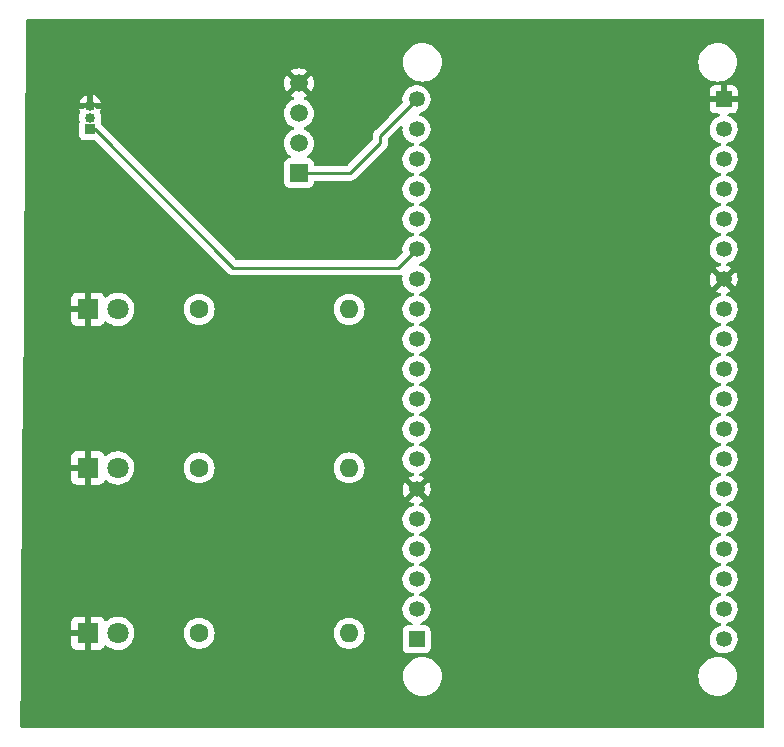
<source format=gbr>
%TF.GenerationSoftware,KiCad,Pcbnew,(6.0.8)*%
%TF.CreationDate,2022-11-02T08:43:43+01:00*%
%TF.ProjectId,project_capteur_CO2,70726f6a-6563-4745-9f63-617074657572,rev?*%
%TF.SameCoordinates,Original*%
%TF.FileFunction,Copper,L2,Bot*%
%TF.FilePolarity,Positive*%
%FSLAX46Y46*%
G04 Gerber Fmt 4.6, Leading zero omitted, Abs format (unit mm)*
G04 Created by KiCad (PCBNEW (6.0.8)) date 2022-11-02 08:43:43*
%MOMM*%
%LPD*%
G01*
G04 APERTURE LIST*
%TA.AperFunction,ComponentPad*%
%ADD10R,0.850000X0.850000*%
%TD*%
%TA.AperFunction,ComponentPad*%
%ADD11O,0.850000X0.850000*%
%TD*%
%TA.AperFunction,ComponentPad*%
%ADD12C,1.350000*%
%TD*%
%TA.AperFunction,ComponentPad*%
%ADD13R,1.350000X1.350000*%
%TD*%
%TA.AperFunction,ComponentPad*%
%ADD14R,1.800000X1.800000*%
%TD*%
%TA.AperFunction,ComponentPad*%
%ADD15C,1.800000*%
%TD*%
%TA.AperFunction,ComponentPad*%
%ADD16C,1.600000*%
%TD*%
%TA.AperFunction,ComponentPad*%
%ADD17O,1.600000X1.600000*%
%TD*%
%TA.AperFunction,ComponentPad*%
%ADD18R,1.500000X1.500000*%
%TD*%
%TA.AperFunction,ComponentPad*%
%ADD19C,1.500000*%
%TD*%
%TA.AperFunction,Conductor*%
%ADD20C,0.250000*%
%TD*%
G04 APERTURE END LIST*
D10*
%TO.P,J1,1,Pin_1*%
%TO.N,Net-(J1-Pad1)*%
X185420000Y-53340000D03*
D11*
%TO.P,J1,2,Pin_2*%
%TO.N,Net-(J1-Pad2)*%
X185420000Y-52340000D03*
%TO.P,J1,3,Pin_3*%
%TO.N,GND*%
X185420000Y-51340000D03*
%TD*%
D12*
%TO.P,U1,J5_19,3V3*%
%TO.N,Net-(J1-Pad2)*%
X213060000Y-50800000D03*
%TO.P,U1,J5_18,EN*%
%TO.N,unconnected-(U1-PadJ5_18)*%
X213060000Y-53340000D03*
D13*
%TO.P,U1,J5_1,5V*%
%TO.N,unconnected-(U1-PadJ5_1)*%
X213060000Y-96520000D03*
D12*
%TO.P,U1,J5_17,SP*%
%TO.N,unconnected-(U1-PadJ5_17)*%
X213060000Y-55880000D03*
%TO.P,U1,J5_16,SN*%
%TO.N,unconnected-(U1-PadJ5_16)*%
X213060000Y-58420000D03*
%TO.P,U1,J5_15,G34*%
%TO.N,unconnected-(U1-PadJ5_15)*%
X213060000Y-60960000D03*
%TO.P,U1,J5_14,G35*%
%TO.N,Net-(J1-Pad1)*%
X213060000Y-63500000D03*
%TO.P,U1,J5_13,G32*%
%TO.N,unconnected-(U1-PadJ5_13)*%
X213060000Y-66040000D03*
%TO.P,U1,J5_12,G33*%
%TO.N,unconnected-(U1-PadJ5_12)*%
X213060000Y-68580000D03*
%TO.P,U1,J5_11,G25*%
%TO.N,Net-(U1-PadJ5_11)*%
X213060000Y-71120000D03*
%TO.P,U1,J5_10,G26*%
%TO.N,unconnected-(U1-PadJ5_10)*%
X213060000Y-73660000D03*
%TO.P,U1,J5_9,G27*%
%TO.N,unconnected-(U1-PadJ5_9)*%
X213060000Y-76200000D03*
%TO.P,U1,J5_8,G14*%
%TO.N,Net-(R3-Pad2)*%
X213060000Y-78740000D03*
%TO.P,U1,J5_7,G12*%
%TO.N,Net-(R2-Pad2)*%
X213060000Y-81280000D03*
%TO.P,U1,J5_6,GND*%
%TO.N,GND*%
X213060000Y-83820000D03*
%TO.P,U1,J5_5,G13*%
%TO.N,Net-(R1-Pad2)*%
X213060000Y-86360000D03*
%TO.P,U1,J5_4,SD2*%
%TO.N,unconnected-(U1-PadJ5_4)*%
X213060000Y-88900000D03*
%TO.P,U1,J5_3,SD3*%
%TO.N,unconnected-(U1-PadJ5_3)*%
X213060000Y-91440000D03*
%TO.P,U1,J5_2,CMD*%
%TO.N,unconnected-(U1-PadJ5_2)*%
X213060000Y-93980000D03*
%TO.P,U1,J4_19,CLK*%
%TO.N,unconnected-(U1-PadJ4_19)*%
X239060000Y-96520000D03*
%TO.P,U1,J4_18,SD0*%
%TO.N,unconnected-(U1-PadJ4_18)*%
X239060000Y-93980000D03*
%TO.P,U1,J4_17,SD1*%
%TO.N,unconnected-(U1-PadJ4_17)*%
X239060000Y-91440000D03*
%TO.P,U1,J4_16,G15*%
%TO.N,unconnected-(U1-PadJ4_16)*%
X239060000Y-88900000D03*
%TO.P,U1,J4_15,G2*%
%TO.N,unconnected-(U1-PadJ4_15)*%
X239060000Y-86360000D03*
%TO.P,U1,J4_14,G0*%
%TO.N,unconnected-(U1-PadJ4_14)*%
X239060000Y-83820000D03*
%TO.P,U1,J4_13,G4*%
%TO.N,unconnected-(U1-PadJ4_13)*%
X239060000Y-81280000D03*
%TO.P,U1,J4_12,G16*%
%TO.N,unconnected-(U1-PadJ4_12)*%
X239060000Y-78740000D03*
%TO.P,U1,J4_11,G17*%
%TO.N,unconnected-(U1-PadJ4_11)*%
X239060000Y-76200000D03*
%TO.P,U1,J4_10,G5*%
%TO.N,unconnected-(U1-PadJ4_10)*%
X239060000Y-73660000D03*
%TO.P,U1,J4_9,G18*%
%TO.N,unconnected-(U1-PadJ4_9)*%
X239060000Y-71120000D03*
%TO.P,U1,J4_8,G19*%
%TO.N,unconnected-(U1-PadJ4_8)*%
X239060000Y-68580000D03*
%TO.P,U1,J4_7,GND*%
%TO.N,GND*%
X239060000Y-66040000D03*
%TO.P,U1,J4_6,G21*%
%TO.N,unconnected-(U1-PadJ4_6)*%
X239060000Y-63500000D03*
%TO.P,U1,J4_5,RXD*%
%TO.N,unconnected-(U1-PadJ4_5)*%
X239060000Y-60960000D03*
%TO.P,U1,J4_4,TXD*%
%TO.N,unconnected-(U1-PadJ4_4)*%
X239060000Y-58420000D03*
%TO.P,U1,J4_3,G22*%
%TO.N,unconnected-(U1-PadJ4_3)*%
X239060000Y-55880000D03*
%TO.P,U1,J4_2,G23*%
%TO.N,unconnected-(U1-PadJ4_2)*%
X239060000Y-53340000D03*
D13*
%TO.P,U1,J4_1,GND*%
%TO.N,GND*%
X239060000Y-50800000D03*
%TD*%
D14*
%TO.P,D3,1,K*%
%TO.N,GND*%
X185225000Y-68580000D03*
D15*
%TO.P,D3,2,A*%
%TO.N,Net-(D3-Pad2)*%
X187765000Y-68580000D03*
%TD*%
D14*
%TO.P,D2,1,K*%
%TO.N,GND*%
X185225000Y-82000000D03*
D15*
%TO.P,D2,2,A*%
%TO.N,Net-(D2-Pad2)*%
X187765000Y-82000000D03*
%TD*%
D14*
%TO.P,D1,1,K*%
%TO.N,GND*%
X185225000Y-96000000D03*
D15*
%TO.P,D1,2,A*%
%TO.N,Net-(D1-Pad2)*%
X187765000Y-96000000D03*
%TD*%
D16*
%TO.P,R3,1*%
%TO.N,Net-(D3-Pad2)*%
X194650000Y-68580000D03*
D17*
%TO.P,R3,2*%
%TO.N,Net-(R3-Pad2)*%
X207350000Y-68580000D03*
%TD*%
D16*
%TO.P,R2,1*%
%TO.N,Net-(D2-Pad2)*%
X194650000Y-82000000D03*
D17*
%TO.P,R2,2*%
%TO.N,Net-(R2-Pad2)*%
X207350000Y-82000000D03*
%TD*%
D16*
%TO.P,R1,1*%
%TO.N,Net-(D1-Pad2)*%
X194650000Y-96000000D03*
D17*
%TO.P,R1,2*%
%TO.N,Net-(R1-Pad2)*%
X207350000Y-96000000D03*
%TD*%
D18*
%TO.P,U2,1,VCC*%
%TO.N,Net-(J1-Pad2)*%
X203102500Y-57052500D03*
D19*
%TO.P,U2,2,IO*%
%TO.N,Net-(U1-PadJ5_11)*%
X203102500Y-54512500D03*
%TO.P,U2,3,NC*%
%TO.N,unconnected-(U2-Pad3)*%
X203102500Y-51972500D03*
%TO.P,U2,4,GND*%
%TO.N,GND*%
X203102500Y-49432500D03*
%TD*%
D20*
%TO.N,Net-(J1-Pad1)*%
X211520000Y-65040000D02*
X213060000Y-63500000D01*
X185840000Y-53340000D02*
X197540000Y-65040000D01*
X185420000Y-53340000D02*
X185840000Y-53340000D01*
X197540000Y-65040000D02*
X211520000Y-65040000D01*
%TO.N,Net-(J1-Pad2)*%
X210000000Y-53860000D02*
X213060000Y-50800000D01*
X210000000Y-54500000D02*
X210000000Y-53860000D01*
X207447500Y-57052500D02*
X210000000Y-54500000D01*
X203102500Y-57052500D02*
X207447500Y-57052500D01*
%TD*%
%TA.AperFunction,Conductor*%
%TO.N,GND*%
G36*
X242442121Y-44020002D02*
G01*
X242488614Y-44073658D01*
X242500000Y-44126000D01*
X242500000Y-103874000D01*
X242479998Y-103942121D01*
X242426342Y-103988614D01*
X242374000Y-104000000D01*
X179627055Y-104000000D01*
X179558934Y-103979998D01*
X179512441Y-103926342D01*
X179501059Y-103872950D01*
X179536167Y-99660000D01*
X211921449Y-99660000D01*
X211941622Y-99916326D01*
X212001645Y-100166340D01*
X212100040Y-100403887D01*
X212234384Y-100623116D01*
X212401369Y-100818631D01*
X212596884Y-100985616D01*
X212816113Y-101119960D01*
X212820683Y-101121853D01*
X212820687Y-101121855D01*
X213049087Y-101216461D01*
X213053660Y-101218355D01*
X213140502Y-101239204D01*
X213298861Y-101277223D01*
X213298867Y-101277224D01*
X213303674Y-101278378D01*
X213392965Y-101285405D01*
X213493363Y-101293307D01*
X213493372Y-101293307D01*
X213495820Y-101293500D01*
X213624180Y-101293500D01*
X213626628Y-101293307D01*
X213626637Y-101293307D01*
X213727035Y-101285405D01*
X213816326Y-101278378D01*
X213821133Y-101277224D01*
X213821139Y-101277223D01*
X213979498Y-101239204D01*
X214066340Y-101218355D01*
X214070913Y-101216461D01*
X214299313Y-101121855D01*
X214299317Y-101121853D01*
X214303887Y-101119960D01*
X214523116Y-100985616D01*
X214718631Y-100818631D01*
X214885616Y-100623116D01*
X215019960Y-100403887D01*
X215118355Y-100166340D01*
X215178378Y-99916326D01*
X215198551Y-99660000D01*
X236921449Y-99660000D01*
X236941622Y-99916326D01*
X237001645Y-100166340D01*
X237100040Y-100403887D01*
X237234384Y-100623116D01*
X237401369Y-100818631D01*
X237596884Y-100985616D01*
X237816113Y-101119960D01*
X237820683Y-101121853D01*
X237820687Y-101121855D01*
X238049087Y-101216461D01*
X238053660Y-101218355D01*
X238140502Y-101239204D01*
X238298861Y-101277223D01*
X238298867Y-101277224D01*
X238303674Y-101278378D01*
X238392965Y-101285405D01*
X238493363Y-101293307D01*
X238493372Y-101293307D01*
X238495820Y-101293500D01*
X238624180Y-101293500D01*
X238626628Y-101293307D01*
X238626637Y-101293307D01*
X238727035Y-101285405D01*
X238816326Y-101278378D01*
X238821133Y-101277224D01*
X238821139Y-101277223D01*
X238979498Y-101239204D01*
X239066340Y-101218355D01*
X239070913Y-101216461D01*
X239299313Y-101121855D01*
X239299317Y-101121853D01*
X239303887Y-101119960D01*
X239523116Y-100985616D01*
X239718631Y-100818631D01*
X239885616Y-100623116D01*
X240019960Y-100403887D01*
X240118355Y-100166340D01*
X240178378Y-99916326D01*
X240198551Y-99660000D01*
X240178378Y-99403674D01*
X240118355Y-99153660D01*
X240019960Y-98916113D01*
X239885616Y-98696884D01*
X239718631Y-98501369D01*
X239523116Y-98334384D01*
X239303887Y-98200040D01*
X239299317Y-98198147D01*
X239299313Y-98198145D01*
X239070913Y-98103539D01*
X239070911Y-98103538D01*
X239066340Y-98101645D01*
X238979498Y-98080796D01*
X238821139Y-98042777D01*
X238821133Y-98042776D01*
X238816326Y-98041622D01*
X238727035Y-98034595D01*
X238626637Y-98026693D01*
X238626628Y-98026693D01*
X238624180Y-98026500D01*
X238495820Y-98026500D01*
X238493372Y-98026693D01*
X238493363Y-98026693D01*
X238392965Y-98034595D01*
X238303674Y-98041622D01*
X238298867Y-98042776D01*
X238298861Y-98042777D01*
X238140502Y-98080796D01*
X238053660Y-98101645D01*
X238049089Y-98103538D01*
X238049087Y-98103539D01*
X237820687Y-98198145D01*
X237820683Y-98198147D01*
X237816113Y-98200040D01*
X237596884Y-98334384D01*
X237401369Y-98501369D01*
X237234384Y-98696884D01*
X237100040Y-98916113D01*
X237001645Y-99153660D01*
X236941622Y-99403674D01*
X236921449Y-99660000D01*
X215198551Y-99660000D01*
X215178378Y-99403674D01*
X215118355Y-99153660D01*
X215019960Y-98916113D01*
X214885616Y-98696884D01*
X214718631Y-98501369D01*
X214523116Y-98334384D01*
X214303887Y-98200040D01*
X214299317Y-98198147D01*
X214299313Y-98198145D01*
X214070913Y-98103539D01*
X214070911Y-98103538D01*
X214066340Y-98101645D01*
X213979498Y-98080796D01*
X213821139Y-98042777D01*
X213821133Y-98042776D01*
X213816326Y-98041622D01*
X213727035Y-98034595D01*
X213626637Y-98026693D01*
X213626628Y-98026693D01*
X213624180Y-98026500D01*
X213495820Y-98026500D01*
X213493372Y-98026693D01*
X213493363Y-98026693D01*
X213392965Y-98034595D01*
X213303674Y-98041622D01*
X213298867Y-98042776D01*
X213298861Y-98042777D01*
X213140502Y-98080796D01*
X213053660Y-98101645D01*
X213049089Y-98103538D01*
X213049087Y-98103539D01*
X212820687Y-98198145D01*
X212820683Y-98198147D01*
X212816113Y-98200040D01*
X212596884Y-98334384D01*
X212401369Y-98501369D01*
X212234384Y-98696884D01*
X212100040Y-98916113D01*
X212001645Y-99153660D01*
X211941622Y-99403674D01*
X211921449Y-99660000D01*
X179536167Y-99660000D01*
X179558794Y-96944669D01*
X183817001Y-96944669D01*
X183817371Y-96951490D01*
X183822895Y-97002352D01*
X183826521Y-97017604D01*
X183871676Y-97138054D01*
X183880214Y-97153649D01*
X183956715Y-97255724D01*
X183969276Y-97268285D01*
X184071351Y-97344786D01*
X184086946Y-97353324D01*
X184207394Y-97398478D01*
X184222649Y-97402105D01*
X184273514Y-97407631D01*
X184280328Y-97408000D01*
X184952885Y-97408000D01*
X184968124Y-97403525D01*
X184969329Y-97402135D01*
X184971000Y-97394452D01*
X184971000Y-97389884D01*
X185479000Y-97389884D01*
X185483475Y-97405123D01*
X185484865Y-97406328D01*
X185492548Y-97407999D01*
X186169669Y-97407999D01*
X186176490Y-97407629D01*
X186227352Y-97402105D01*
X186242604Y-97398479D01*
X186363054Y-97353324D01*
X186378649Y-97344786D01*
X186480724Y-97268285D01*
X186493285Y-97255724D01*
X186569786Y-97153649D01*
X186578324Y-97138054D01*
X186599773Y-97080840D01*
X186642415Y-97024075D01*
X186708977Y-96999376D01*
X186778325Y-97014584D01*
X186798240Y-97028126D01*
X186930010Y-97137523D01*
X186954349Y-97157730D01*
X187154322Y-97274584D01*
X187370694Y-97357209D01*
X187375760Y-97358240D01*
X187375761Y-97358240D01*
X187386604Y-97360446D01*
X187597656Y-97403385D01*
X187728324Y-97408176D01*
X187823949Y-97411683D01*
X187823953Y-97411683D01*
X187829113Y-97411872D01*
X187834233Y-97411216D01*
X187834235Y-97411216D01*
X187933668Y-97398478D01*
X188058847Y-97382442D01*
X188063795Y-97380957D01*
X188063802Y-97380956D01*
X188275747Y-97317369D01*
X188280690Y-97315886D01*
X188285565Y-97313498D01*
X188484049Y-97216262D01*
X188484052Y-97216260D01*
X188488684Y-97213991D01*
X188677243Y-97079494D01*
X188841303Y-96916005D01*
X188976458Y-96727917D01*
X189079078Y-96520280D01*
X189146408Y-96298671D01*
X189176640Y-96069041D01*
X189178327Y-96000000D01*
X193336502Y-96000000D01*
X193356457Y-96228087D01*
X193357881Y-96233400D01*
X193357881Y-96233402D01*
X193367031Y-96267548D01*
X193415716Y-96449243D01*
X193418039Y-96454224D01*
X193418039Y-96454225D01*
X193510151Y-96651762D01*
X193510154Y-96651767D01*
X193512477Y-96656749D01*
X193643802Y-96844300D01*
X193805700Y-97006198D01*
X193810208Y-97009355D01*
X193810211Y-97009357D01*
X193810821Y-97009784D01*
X193993251Y-97137523D01*
X193998233Y-97139846D01*
X193998238Y-97139849D01*
X194157238Y-97213991D01*
X194200757Y-97234284D01*
X194206065Y-97235706D01*
X194206067Y-97235707D01*
X194416598Y-97292119D01*
X194416600Y-97292119D01*
X194421913Y-97293543D01*
X194650000Y-97313498D01*
X194878087Y-97293543D01*
X194883400Y-97292119D01*
X194883402Y-97292119D01*
X195093933Y-97235707D01*
X195093935Y-97235706D01*
X195099243Y-97234284D01*
X195142762Y-97213991D01*
X195301762Y-97139849D01*
X195301767Y-97139846D01*
X195306749Y-97137523D01*
X195489179Y-97009784D01*
X195489789Y-97009357D01*
X195489792Y-97009355D01*
X195494300Y-97006198D01*
X195656198Y-96844300D01*
X195787523Y-96656749D01*
X195789846Y-96651767D01*
X195789849Y-96651762D01*
X195881961Y-96454225D01*
X195881961Y-96454224D01*
X195884284Y-96449243D01*
X195932970Y-96267548D01*
X195942119Y-96233402D01*
X195942119Y-96233400D01*
X195943543Y-96228087D01*
X195963498Y-96000000D01*
X206036502Y-96000000D01*
X206056457Y-96228087D01*
X206057881Y-96233400D01*
X206057881Y-96233402D01*
X206067031Y-96267548D01*
X206115716Y-96449243D01*
X206118039Y-96454224D01*
X206118039Y-96454225D01*
X206210151Y-96651762D01*
X206210154Y-96651767D01*
X206212477Y-96656749D01*
X206343802Y-96844300D01*
X206505700Y-97006198D01*
X206510208Y-97009355D01*
X206510211Y-97009357D01*
X206510821Y-97009784D01*
X206693251Y-97137523D01*
X206698233Y-97139846D01*
X206698238Y-97139849D01*
X206857238Y-97213991D01*
X206900757Y-97234284D01*
X206906065Y-97235706D01*
X206906067Y-97235707D01*
X207116598Y-97292119D01*
X207116600Y-97292119D01*
X207121913Y-97293543D01*
X207350000Y-97313498D01*
X207578087Y-97293543D01*
X207583400Y-97292119D01*
X207583402Y-97292119D01*
X207793933Y-97235707D01*
X207793935Y-97235706D01*
X207799243Y-97234284D01*
X207842762Y-97213991D01*
X208001762Y-97139849D01*
X208001767Y-97139846D01*
X208006749Y-97137523D01*
X208189179Y-97009784D01*
X208189789Y-97009357D01*
X208189792Y-97009355D01*
X208194300Y-97006198D01*
X208356198Y-96844300D01*
X208487523Y-96656749D01*
X208489846Y-96651767D01*
X208489849Y-96651762D01*
X208581961Y-96454225D01*
X208581961Y-96454224D01*
X208584284Y-96449243D01*
X208632970Y-96267548D01*
X208642119Y-96233402D01*
X208642119Y-96233400D01*
X208643543Y-96228087D01*
X208663498Y-96000000D01*
X208643543Y-95771913D01*
X208635829Y-95743124D01*
X208585707Y-95556067D01*
X208585706Y-95556065D01*
X208584284Y-95550757D01*
X208552101Y-95481739D01*
X208489849Y-95348238D01*
X208489846Y-95348233D01*
X208487523Y-95343251D01*
X208402810Y-95222268D01*
X208359357Y-95160211D01*
X208359355Y-95160208D01*
X208356198Y-95155700D01*
X208194300Y-94993802D01*
X208189792Y-94990645D01*
X208189789Y-94990643D01*
X208059850Y-94899659D01*
X208006749Y-94862477D01*
X208001767Y-94860154D01*
X208001762Y-94860151D01*
X207804225Y-94768039D01*
X207804224Y-94768039D01*
X207799243Y-94765716D01*
X207793935Y-94764294D01*
X207793933Y-94764293D01*
X207583402Y-94707881D01*
X207583400Y-94707881D01*
X207578087Y-94706457D01*
X207350000Y-94686502D01*
X207121913Y-94706457D01*
X207116600Y-94707881D01*
X207116598Y-94707881D01*
X206906067Y-94764293D01*
X206906065Y-94764294D01*
X206900757Y-94765716D01*
X206895776Y-94768039D01*
X206895775Y-94768039D01*
X206698238Y-94860151D01*
X206698233Y-94860154D01*
X206693251Y-94862477D01*
X206640150Y-94899659D01*
X206510211Y-94990643D01*
X206510208Y-94990645D01*
X206505700Y-94993802D01*
X206343802Y-95155700D01*
X206340645Y-95160208D01*
X206340643Y-95160211D01*
X206297190Y-95222268D01*
X206212477Y-95343251D01*
X206210154Y-95348233D01*
X206210151Y-95348238D01*
X206147899Y-95481739D01*
X206115716Y-95550757D01*
X206114294Y-95556065D01*
X206114293Y-95556067D01*
X206064171Y-95743124D01*
X206056457Y-95771913D01*
X206036502Y-96000000D01*
X195963498Y-96000000D01*
X195943543Y-95771913D01*
X195935829Y-95743124D01*
X195885707Y-95556067D01*
X195885706Y-95556065D01*
X195884284Y-95550757D01*
X195852101Y-95481739D01*
X195789849Y-95348238D01*
X195789846Y-95348233D01*
X195787523Y-95343251D01*
X195702810Y-95222268D01*
X195659357Y-95160211D01*
X195659355Y-95160208D01*
X195656198Y-95155700D01*
X195494300Y-94993802D01*
X195489792Y-94990645D01*
X195489789Y-94990643D01*
X195359850Y-94899659D01*
X195306749Y-94862477D01*
X195301767Y-94860154D01*
X195301762Y-94860151D01*
X195104225Y-94768039D01*
X195104224Y-94768039D01*
X195099243Y-94765716D01*
X195093935Y-94764294D01*
X195093933Y-94764293D01*
X194883402Y-94707881D01*
X194883400Y-94707881D01*
X194878087Y-94706457D01*
X194650000Y-94686502D01*
X194421913Y-94706457D01*
X194416600Y-94707881D01*
X194416598Y-94707881D01*
X194206067Y-94764293D01*
X194206065Y-94764294D01*
X194200757Y-94765716D01*
X194195776Y-94768039D01*
X194195775Y-94768039D01*
X193998238Y-94860151D01*
X193998233Y-94860154D01*
X193993251Y-94862477D01*
X193940150Y-94899659D01*
X193810211Y-94990643D01*
X193810208Y-94990645D01*
X193805700Y-94993802D01*
X193643802Y-95155700D01*
X193640645Y-95160208D01*
X193640643Y-95160211D01*
X193597190Y-95222268D01*
X193512477Y-95343251D01*
X193510154Y-95348233D01*
X193510151Y-95348238D01*
X193447899Y-95481739D01*
X193415716Y-95550757D01*
X193414294Y-95556065D01*
X193414293Y-95556067D01*
X193364171Y-95743124D01*
X193356457Y-95771913D01*
X193336502Y-96000000D01*
X189178327Y-96000000D01*
X189167485Y-95868124D01*
X189159773Y-95774318D01*
X189159772Y-95774312D01*
X189159349Y-95769167D01*
X189105673Y-95555473D01*
X189104184Y-95549544D01*
X189104183Y-95549540D01*
X189102925Y-95544533D01*
X189088771Y-95511981D01*
X189012630Y-95336868D01*
X189012628Y-95336865D01*
X189010570Y-95332131D01*
X188884764Y-95137665D01*
X188861111Y-95111670D01*
X188835134Y-95083122D01*
X188728887Y-94966358D01*
X188724836Y-94963159D01*
X188724832Y-94963155D01*
X188551177Y-94826011D01*
X188551172Y-94826008D01*
X188547123Y-94822810D01*
X188542607Y-94820317D01*
X188542604Y-94820315D01*
X188348879Y-94713373D01*
X188348875Y-94713371D01*
X188344355Y-94710876D01*
X188339486Y-94709152D01*
X188339482Y-94709150D01*
X188130903Y-94635288D01*
X188130899Y-94635287D01*
X188126028Y-94633562D01*
X188120935Y-94632655D01*
X188120932Y-94632654D01*
X187903095Y-94593851D01*
X187903089Y-94593850D01*
X187898006Y-94592945D01*
X187820644Y-94592000D01*
X187671581Y-94590179D01*
X187671579Y-94590179D01*
X187666411Y-94590116D01*
X187437464Y-94625150D01*
X187217314Y-94697106D01*
X187212726Y-94699494D01*
X187212722Y-94699496D01*
X187016461Y-94801663D01*
X187011872Y-94804052D01*
X187007739Y-94807155D01*
X187007736Y-94807157D01*
X186830790Y-94940012D01*
X186826655Y-94943117D01*
X186810969Y-94959532D01*
X186808787Y-94961815D01*
X186747263Y-94997245D01*
X186676351Y-94993788D01*
X186618564Y-94952543D01*
X186599711Y-94918994D01*
X186578324Y-94861946D01*
X186569786Y-94846351D01*
X186493285Y-94744276D01*
X186480724Y-94731715D01*
X186378649Y-94655214D01*
X186363054Y-94646676D01*
X186242606Y-94601522D01*
X186227351Y-94597895D01*
X186176486Y-94592369D01*
X186169672Y-94592000D01*
X185497115Y-94592000D01*
X185481876Y-94596475D01*
X185480671Y-94597865D01*
X185479000Y-94605548D01*
X185479000Y-97389884D01*
X184971000Y-97389884D01*
X184971000Y-96272115D01*
X184966525Y-96256876D01*
X184965135Y-96255671D01*
X184957452Y-96254000D01*
X183835116Y-96254000D01*
X183819877Y-96258475D01*
X183818672Y-96259865D01*
X183817001Y-96267548D01*
X183817001Y-96944669D01*
X179558794Y-96944669D01*
X179568934Y-95727885D01*
X183817000Y-95727885D01*
X183821475Y-95743124D01*
X183822865Y-95744329D01*
X183830548Y-95746000D01*
X184952885Y-95746000D01*
X184968124Y-95741525D01*
X184969329Y-95740135D01*
X184971000Y-95732452D01*
X184971000Y-94610116D01*
X184966525Y-94594877D01*
X184965135Y-94593672D01*
X184957452Y-94592001D01*
X184280331Y-94592001D01*
X184273510Y-94592371D01*
X184222648Y-94597895D01*
X184207396Y-94601521D01*
X184086946Y-94646676D01*
X184071351Y-94655214D01*
X183969276Y-94731715D01*
X183956715Y-94744276D01*
X183880214Y-94846351D01*
X183871676Y-94861946D01*
X183826522Y-94982394D01*
X183822895Y-94997649D01*
X183817369Y-95048514D01*
X183817000Y-95055328D01*
X183817000Y-95727885D01*
X179568934Y-95727885D01*
X179583759Y-93948887D01*
X211871837Y-93948887D01*
X211886063Y-94165933D01*
X211887484Y-94171529D01*
X211887485Y-94171534D01*
X211938184Y-94371158D01*
X211939605Y-94376753D01*
X212030668Y-94574285D01*
X212034001Y-94579001D01*
X212123740Y-94705978D01*
X212156204Y-94751914D01*
X212312009Y-94903692D01*
X212492863Y-95024536D01*
X212498171Y-95026817D01*
X212498172Y-95026817D01*
X212656250Y-95094732D01*
X212710944Y-95140000D01*
X212732481Y-95207651D01*
X212714024Y-95276207D01*
X212661433Y-95323901D01*
X212606513Y-95336500D01*
X212336866Y-95336500D01*
X212274684Y-95343255D01*
X212138295Y-95394385D01*
X212021739Y-95481739D01*
X211934385Y-95598295D01*
X211883255Y-95734684D01*
X211876500Y-95796866D01*
X211876500Y-97243134D01*
X211883255Y-97305316D01*
X211934385Y-97441705D01*
X212021739Y-97558261D01*
X212138295Y-97645615D01*
X212274684Y-97696745D01*
X212336866Y-97703500D01*
X213783134Y-97703500D01*
X213845316Y-97696745D01*
X213981705Y-97645615D01*
X214098261Y-97558261D01*
X214185615Y-97441705D01*
X214236745Y-97305316D01*
X214243500Y-97243134D01*
X214243500Y-96488887D01*
X237871837Y-96488887D01*
X237886063Y-96705933D01*
X237887484Y-96711529D01*
X237887485Y-96711534D01*
X237918771Y-96834719D01*
X237939605Y-96916753D01*
X237942022Y-96921996D01*
X237979043Y-97002301D01*
X238030668Y-97114285D01*
X238034001Y-97119001D01*
X238139505Y-97268285D01*
X238156204Y-97291914D01*
X238312009Y-97443692D01*
X238492863Y-97564536D01*
X238498171Y-97566817D01*
X238498172Y-97566817D01*
X238687409Y-97648119D01*
X238687412Y-97648120D01*
X238692712Y-97650397D01*
X238698342Y-97651671D01*
X238796464Y-97673874D01*
X238904860Y-97698402D01*
X238910631Y-97698629D01*
X238910633Y-97698629D01*
X238983620Y-97701496D01*
X239122205Y-97706941D01*
X239337466Y-97675730D01*
X239342930Y-97673875D01*
X239342935Y-97673874D01*
X239537963Y-97607671D01*
X239537968Y-97607669D01*
X239543435Y-97605813D01*
X239733213Y-97499532D01*
X239900446Y-97360446D01*
X240039532Y-97193213D01*
X240139569Y-97014584D01*
X240142989Y-97008478D01*
X240142990Y-97008476D01*
X240145813Y-97003435D01*
X240147669Y-96997968D01*
X240147671Y-96997963D01*
X240213874Y-96802935D01*
X240213875Y-96802930D01*
X240215730Y-96797466D01*
X240246941Y-96582205D01*
X240248570Y-96520000D01*
X240228667Y-96303400D01*
X240225888Y-96293544D01*
X240171195Y-96099619D01*
X240169626Y-96094055D01*
X240073423Y-95898974D01*
X239956609Y-95742540D01*
X239946733Y-95729315D01*
X239946732Y-95729314D01*
X239943280Y-95724691D01*
X239815641Y-95606703D01*
X239787796Y-95580963D01*
X239787793Y-95580961D01*
X239783556Y-95577044D01*
X239599599Y-95460976D01*
X239397572Y-95380376D01*
X239366453Y-95374186D01*
X239303544Y-95341278D01*
X239268412Y-95279583D01*
X239272212Y-95208689D01*
X239313738Y-95151103D01*
X239350534Y-95131294D01*
X239537963Y-95067671D01*
X239537968Y-95067669D01*
X239543435Y-95065813D01*
X239562158Y-95055328D01*
X239665150Y-94997649D01*
X239733213Y-94959532D01*
X239900446Y-94820446D01*
X240039532Y-94653213D01*
X240145813Y-94463435D01*
X240147669Y-94457968D01*
X240147671Y-94457963D01*
X240213874Y-94262935D01*
X240213875Y-94262930D01*
X240215730Y-94257466D01*
X240246941Y-94042205D01*
X240248570Y-93980000D01*
X240228667Y-93763400D01*
X240169626Y-93554055D01*
X240073423Y-93358974D01*
X239943280Y-93184691D01*
X239783556Y-93037044D01*
X239599599Y-92920976D01*
X239397572Y-92840376D01*
X239366453Y-92834186D01*
X239303544Y-92801278D01*
X239268412Y-92739583D01*
X239272212Y-92668689D01*
X239313738Y-92611103D01*
X239350534Y-92591294D01*
X239537963Y-92527671D01*
X239537968Y-92527669D01*
X239543435Y-92525813D01*
X239733213Y-92419532D01*
X239900446Y-92280446D01*
X240039532Y-92113213D01*
X240145813Y-91923435D01*
X240147669Y-91917968D01*
X240147671Y-91917963D01*
X240213874Y-91722935D01*
X240213875Y-91722930D01*
X240215730Y-91717466D01*
X240246941Y-91502205D01*
X240248570Y-91440000D01*
X240228667Y-91223400D01*
X240169626Y-91014055D01*
X240073423Y-90818974D01*
X239943280Y-90644691D01*
X239783556Y-90497044D01*
X239599599Y-90380976D01*
X239397572Y-90300376D01*
X239366453Y-90294186D01*
X239303544Y-90261278D01*
X239268412Y-90199583D01*
X239272212Y-90128689D01*
X239313738Y-90071103D01*
X239350534Y-90051294D01*
X239537963Y-89987671D01*
X239537968Y-89987669D01*
X239543435Y-89985813D01*
X239733213Y-89879532D01*
X239900446Y-89740446D01*
X240039532Y-89573213D01*
X240145813Y-89383435D01*
X240147669Y-89377968D01*
X240147671Y-89377963D01*
X240213874Y-89182935D01*
X240213875Y-89182930D01*
X240215730Y-89177466D01*
X240246941Y-88962205D01*
X240248570Y-88900000D01*
X240228667Y-88683400D01*
X240169626Y-88474055D01*
X240073423Y-88278974D01*
X239943280Y-88104691D01*
X239783556Y-87957044D01*
X239599599Y-87840976D01*
X239397572Y-87760376D01*
X239366453Y-87754186D01*
X239303544Y-87721278D01*
X239268412Y-87659583D01*
X239272212Y-87588689D01*
X239313738Y-87531103D01*
X239350534Y-87511294D01*
X239537963Y-87447671D01*
X239537968Y-87447669D01*
X239543435Y-87445813D01*
X239733213Y-87339532D01*
X239900446Y-87200446D01*
X240039532Y-87033213D01*
X240145813Y-86843435D01*
X240147669Y-86837968D01*
X240147671Y-86837963D01*
X240213874Y-86642935D01*
X240213875Y-86642930D01*
X240215730Y-86637466D01*
X240246941Y-86422205D01*
X240248570Y-86360000D01*
X240228667Y-86143400D01*
X240169626Y-85934055D01*
X240073423Y-85738974D01*
X239943280Y-85564691D01*
X239783556Y-85417044D01*
X239599599Y-85300976D01*
X239397572Y-85220376D01*
X239366453Y-85214186D01*
X239303544Y-85181278D01*
X239268412Y-85119583D01*
X239272212Y-85048689D01*
X239313738Y-84991103D01*
X239350534Y-84971294D01*
X239537963Y-84907671D01*
X239537968Y-84907669D01*
X239543435Y-84905813D01*
X239549296Y-84902531D01*
X239684158Y-84827004D01*
X239733213Y-84799532D01*
X239900446Y-84660446D01*
X240039532Y-84493213D01*
X240145813Y-84303435D01*
X240147669Y-84297968D01*
X240147671Y-84297963D01*
X240213874Y-84102935D01*
X240213875Y-84102930D01*
X240215730Y-84097466D01*
X240246941Y-83882205D01*
X240248570Y-83820000D01*
X240228667Y-83603400D01*
X240169626Y-83394055D01*
X240073423Y-83198974D01*
X240027536Y-83137523D01*
X239946733Y-83029315D01*
X239946732Y-83029314D01*
X239943280Y-83024691D01*
X239939044Y-83020775D01*
X239787796Y-82880963D01*
X239787793Y-82880961D01*
X239783556Y-82877044D01*
X239599599Y-82760976D01*
X239397572Y-82680376D01*
X239366453Y-82674186D01*
X239303544Y-82641278D01*
X239268412Y-82579583D01*
X239272212Y-82508689D01*
X239313738Y-82451103D01*
X239350534Y-82431294D01*
X239537963Y-82367671D01*
X239537968Y-82367669D01*
X239543435Y-82365813D01*
X239733213Y-82259532D01*
X239900446Y-82120446D01*
X240039532Y-81953213D01*
X240145813Y-81763435D01*
X240147669Y-81757968D01*
X240147671Y-81757963D01*
X240213874Y-81562935D01*
X240213875Y-81562930D01*
X240215730Y-81557466D01*
X240246941Y-81342205D01*
X240248570Y-81280000D01*
X240228667Y-81063400D01*
X240226391Y-81055328D01*
X240193868Y-80940012D01*
X240169626Y-80854055D01*
X240073423Y-80658974D01*
X240049366Y-80626757D01*
X239946733Y-80489315D01*
X239946732Y-80489314D01*
X239943280Y-80484691D01*
X239783556Y-80337044D01*
X239599599Y-80220976D01*
X239397572Y-80140376D01*
X239366453Y-80134186D01*
X239303544Y-80101278D01*
X239268412Y-80039583D01*
X239272212Y-79968689D01*
X239313738Y-79911103D01*
X239350534Y-79891294D01*
X239537963Y-79827671D01*
X239537968Y-79827669D01*
X239543435Y-79825813D01*
X239733213Y-79719532D01*
X239900446Y-79580446D01*
X240039532Y-79413213D01*
X240145813Y-79223435D01*
X240147669Y-79217968D01*
X240147671Y-79217963D01*
X240213874Y-79022935D01*
X240213875Y-79022930D01*
X240215730Y-79017466D01*
X240246941Y-78802205D01*
X240248570Y-78740000D01*
X240228667Y-78523400D01*
X240169626Y-78314055D01*
X240073423Y-78118974D01*
X239943280Y-77944691D01*
X239783556Y-77797044D01*
X239599599Y-77680976D01*
X239397572Y-77600376D01*
X239366453Y-77594186D01*
X239303544Y-77561278D01*
X239268412Y-77499583D01*
X239272212Y-77428689D01*
X239313738Y-77371103D01*
X239350534Y-77351294D01*
X239537963Y-77287671D01*
X239537968Y-77287669D01*
X239543435Y-77285813D01*
X239733213Y-77179532D01*
X239900446Y-77040446D01*
X240039532Y-76873213D01*
X240145813Y-76683435D01*
X240147669Y-76677968D01*
X240147671Y-76677963D01*
X240213874Y-76482935D01*
X240213875Y-76482930D01*
X240215730Y-76477466D01*
X240246941Y-76262205D01*
X240248570Y-76200000D01*
X240228667Y-75983400D01*
X240169626Y-75774055D01*
X240073423Y-75578974D01*
X239943280Y-75404691D01*
X239783556Y-75257044D01*
X239599599Y-75140976D01*
X239397572Y-75060376D01*
X239366453Y-75054186D01*
X239303544Y-75021278D01*
X239268412Y-74959583D01*
X239272212Y-74888689D01*
X239313738Y-74831103D01*
X239350534Y-74811294D01*
X239537963Y-74747671D01*
X239537968Y-74747669D01*
X239543435Y-74745813D01*
X239733213Y-74639532D01*
X239900446Y-74500446D01*
X240039532Y-74333213D01*
X240145813Y-74143435D01*
X240147669Y-74137968D01*
X240147671Y-74137963D01*
X240213874Y-73942935D01*
X240213875Y-73942930D01*
X240215730Y-73937466D01*
X240246941Y-73722205D01*
X240248570Y-73660000D01*
X240228667Y-73443400D01*
X240169626Y-73234055D01*
X240073423Y-73038974D01*
X239943280Y-72864691D01*
X239783556Y-72717044D01*
X239599599Y-72600976D01*
X239397572Y-72520376D01*
X239366453Y-72514186D01*
X239303544Y-72481278D01*
X239268412Y-72419583D01*
X239272212Y-72348689D01*
X239313738Y-72291103D01*
X239350534Y-72271294D01*
X239537963Y-72207671D01*
X239537968Y-72207669D01*
X239543435Y-72205813D01*
X239733213Y-72099532D01*
X239900446Y-71960446D01*
X240039532Y-71793213D01*
X240145813Y-71603435D01*
X240147669Y-71597968D01*
X240147671Y-71597963D01*
X240213874Y-71402935D01*
X240213875Y-71402930D01*
X240215730Y-71397466D01*
X240246941Y-71182205D01*
X240248570Y-71120000D01*
X240228667Y-70903400D01*
X240169626Y-70694055D01*
X240073423Y-70498974D01*
X239943280Y-70324691D01*
X239783556Y-70177044D01*
X239599599Y-70060976D01*
X239397572Y-69980376D01*
X239366453Y-69974186D01*
X239303544Y-69941278D01*
X239268412Y-69879583D01*
X239272212Y-69808689D01*
X239313738Y-69751103D01*
X239350534Y-69731294D01*
X239537963Y-69667671D01*
X239537968Y-69667669D01*
X239543435Y-69665813D01*
X239554719Y-69659494D01*
X239653676Y-69604075D01*
X239733213Y-69559532D01*
X239900446Y-69420446D01*
X240039532Y-69253213D01*
X240125179Y-69100280D01*
X240142989Y-69068478D01*
X240142990Y-69068476D01*
X240145813Y-69063435D01*
X240147669Y-69057968D01*
X240147671Y-69057963D01*
X240213874Y-68862935D01*
X240213875Y-68862930D01*
X240215730Y-68857466D01*
X240246941Y-68642205D01*
X240248570Y-68580000D01*
X240228667Y-68363400D01*
X240225428Y-68351913D01*
X240171195Y-68159619D01*
X240169626Y-68154055D01*
X240073423Y-67958974D01*
X240050472Y-67928238D01*
X239946733Y-67789315D01*
X239946732Y-67789314D01*
X239943280Y-67784691D01*
X239870772Y-67717665D01*
X239787796Y-67640963D01*
X239787793Y-67640961D01*
X239783556Y-67637044D01*
X239599599Y-67520976D01*
X239397572Y-67440376D01*
X239365473Y-67433991D01*
X239302564Y-67401083D01*
X239267432Y-67339388D01*
X239271232Y-67268493D01*
X239312758Y-67210907D01*
X239349554Y-67191099D01*
X239537760Y-67127212D01*
X239548272Y-67122531D01*
X239683135Y-67047004D01*
X239692999Y-67036926D01*
X239690044Y-67029255D01*
X239072811Y-66412021D01*
X239058868Y-66404408D01*
X239057034Y-66404539D01*
X239050420Y-66408790D01*
X238435184Y-67024027D01*
X238428991Y-67035369D01*
X238438872Y-67047857D01*
X238488304Y-67080887D01*
X238498407Y-67086373D01*
X238687560Y-67167640D01*
X238698501Y-67171195D01*
X238758865Y-67184854D01*
X238820891Y-67219397D01*
X238854395Y-67281991D01*
X238848741Y-67352762D01*
X238805722Y-67409241D01*
X238763010Y-67427070D01*
X238763649Y-67429456D01*
X238758066Y-67430952D01*
X238752375Y-67431930D01*
X238548307Y-67507214D01*
X238361376Y-67618427D01*
X238197842Y-67761842D01*
X238194270Y-67766373D01*
X238074151Y-67918743D01*
X238063181Y-67932658D01*
X237961905Y-68125154D01*
X237960192Y-68130671D01*
X237900059Y-68324329D01*
X237897403Y-68332882D01*
X237871837Y-68548887D01*
X237886063Y-68765933D01*
X237887484Y-68771529D01*
X237887485Y-68771534D01*
X237913393Y-68873544D01*
X237939605Y-68976753D01*
X238030668Y-69174285D01*
X238034001Y-69179001D01*
X238128078Y-69312116D01*
X238156204Y-69351914D01*
X238312009Y-69503692D01*
X238492863Y-69624536D01*
X238498171Y-69626817D01*
X238498172Y-69626817D01*
X238687409Y-69708119D01*
X238687412Y-69708120D01*
X238692712Y-69710397D01*
X238741995Y-69721549D01*
X238757825Y-69725131D01*
X238819851Y-69759675D01*
X238853356Y-69822268D01*
X238847700Y-69893039D01*
X238804681Y-69949518D01*
X238762626Y-69969731D01*
X238758073Y-69970951D01*
X238752375Y-69971930D01*
X238548307Y-70047214D01*
X238361376Y-70158427D01*
X238197842Y-70301842D01*
X238063181Y-70472658D01*
X237961905Y-70665154D01*
X237897403Y-70872882D01*
X237871837Y-71088887D01*
X237886063Y-71305933D01*
X237887484Y-71311529D01*
X237887485Y-71311534D01*
X237938184Y-71511158D01*
X237939605Y-71516753D01*
X238030668Y-71714285D01*
X238156204Y-71891914D01*
X238312009Y-72043692D01*
X238492863Y-72164536D01*
X238498171Y-72166817D01*
X238498172Y-72166817D01*
X238687409Y-72248119D01*
X238687412Y-72248120D01*
X238692712Y-72250397D01*
X238741995Y-72261549D01*
X238757825Y-72265131D01*
X238819851Y-72299675D01*
X238853356Y-72362268D01*
X238847700Y-72433039D01*
X238804681Y-72489518D01*
X238762626Y-72509731D01*
X238758073Y-72510951D01*
X238752375Y-72511930D01*
X238548307Y-72587214D01*
X238361376Y-72698427D01*
X238197842Y-72841842D01*
X238063181Y-73012658D01*
X237961905Y-73205154D01*
X237897403Y-73412882D01*
X237871837Y-73628887D01*
X237886063Y-73845933D01*
X237887484Y-73851529D01*
X237887485Y-73851534D01*
X237938184Y-74051158D01*
X237939605Y-74056753D01*
X238030668Y-74254285D01*
X238156204Y-74431914D01*
X238312009Y-74583692D01*
X238492863Y-74704536D01*
X238498171Y-74706817D01*
X238498172Y-74706817D01*
X238687409Y-74788119D01*
X238687412Y-74788120D01*
X238692712Y-74790397D01*
X238741995Y-74801549D01*
X238757825Y-74805131D01*
X238819851Y-74839675D01*
X238853356Y-74902268D01*
X238847700Y-74973039D01*
X238804681Y-75029518D01*
X238762626Y-75049731D01*
X238758073Y-75050951D01*
X238752375Y-75051930D01*
X238548307Y-75127214D01*
X238361376Y-75238427D01*
X238197842Y-75381842D01*
X238063181Y-75552658D01*
X237961905Y-75745154D01*
X237897403Y-75952882D01*
X237871837Y-76168887D01*
X237886063Y-76385933D01*
X237887484Y-76391529D01*
X237887485Y-76391534D01*
X237938184Y-76591158D01*
X237939605Y-76596753D01*
X238030668Y-76794285D01*
X238156204Y-76971914D01*
X238312009Y-77123692D01*
X238492863Y-77244536D01*
X238498171Y-77246817D01*
X238498172Y-77246817D01*
X238687409Y-77328119D01*
X238687412Y-77328120D01*
X238692712Y-77330397D01*
X238741995Y-77341549D01*
X238757825Y-77345131D01*
X238819851Y-77379675D01*
X238853356Y-77442268D01*
X238847700Y-77513039D01*
X238804681Y-77569518D01*
X238762626Y-77589731D01*
X238758073Y-77590951D01*
X238752375Y-77591930D01*
X238548307Y-77667214D01*
X238361376Y-77778427D01*
X238197842Y-77921842D01*
X238063181Y-78092658D01*
X237961905Y-78285154D01*
X237897403Y-78492882D01*
X237871837Y-78708887D01*
X237886063Y-78925933D01*
X237887484Y-78931529D01*
X237887485Y-78931534D01*
X237938184Y-79131158D01*
X237939605Y-79136753D01*
X238030668Y-79334285D01*
X238156204Y-79511914D01*
X238312009Y-79663692D01*
X238492863Y-79784536D01*
X238498171Y-79786817D01*
X238498172Y-79786817D01*
X238687409Y-79868119D01*
X238687412Y-79868120D01*
X238692712Y-79870397D01*
X238741995Y-79881549D01*
X238757825Y-79885131D01*
X238819851Y-79919675D01*
X238853356Y-79982268D01*
X238847700Y-80053039D01*
X238804681Y-80109518D01*
X238762626Y-80129731D01*
X238758073Y-80130951D01*
X238752375Y-80131930D01*
X238548307Y-80207214D01*
X238361376Y-80318427D01*
X238197842Y-80461842D01*
X238194270Y-80466373D01*
X238080952Y-80610116D01*
X238063181Y-80632658D01*
X237961905Y-80825154D01*
X237960192Y-80830671D01*
X237908328Y-80997699D01*
X237897403Y-81032882D01*
X237871837Y-81248887D01*
X237886063Y-81465933D01*
X237887484Y-81471529D01*
X237887485Y-81471534D01*
X237938184Y-81671158D01*
X237939605Y-81676753D01*
X238030668Y-81874285D01*
X238156204Y-82051914D01*
X238160346Y-82055949D01*
X238173785Y-82069041D01*
X238312009Y-82203692D01*
X238492863Y-82324536D01*
X238498171Y-82326817D01*
X238498172Y-82326817D01*
X238687409Y-82408119D01*
X238687412Y-82408120D01*
X238692712Y-82410397D01*
X238741995Y-82421549D01*
X238757825Y-82425131D01*
X238819851Y-82459675D01*
X238853356Y-82522268D01*
X238847700Y-82593039D01*
X238804681Y-82649518D01*
X238762626Y-82669731D01*
X238758073Y-82670951D01*
X238752375Y-82671930D01*
X238548307Y-82747214D01*
X238361376Y-82858427D01*
X238197842Y-83001842D01*
X238194270Y-83006373D01*
X238072892Y-83160340D01*
X238063181Y-83172658D01*
X238060493Y-83177767D01*
X238030758Y-83234284D01*
X237961905Y-83365154D01*
X237897403Y-83572882D01*
X237871837Y-83788887D01*
X237886063Y-84005933D01*
X237887484Y-84011529D01*
X237887485Y-84011534D01*
X237931390Y-84184408D01*
X237939605Y-84216753D01*
X238030668Y-84414285D01*
X238156204Y-84591914D01*
X238312009Y-84743692D01*
X238492863Y-84864536D01*
X238498171Y-84866817D01*
X238498172Y-84866817D01*
X238687409Y-84948119D01*
X238687412Y-84948120D01*
X238692712Y-84950397D01*
X238741995Y-84961549D01*
X238757825Y-84965131D01*
X238819851Y-84999675D01*
X238853356Y-85062268D01*
X238847700Y-85133039D01*
X238804681Y-85189518D01*
X238762626Y-85209731D01*
X238758073Y-85210951D01*
X238752375Y-85211930D01*
X238548307Y-85287214D01*
X238361376Y-85398427D01*
X238197842Y-85541842D01*
X238063181Y-85712658D01*
X237961905Y-85905154D01*
X237897403Y-86112882D01*
X237871837Y-86328887D01*
X237886063Y-86545933D01*
X237887484Y-86551529D01*
X237887485Y-86551534D01*
X237938184Y-86751158D01*
X237939605Y-86756753D01*
X238030668Y-86954285D01*
X238156204Y-87131914D01*
X238312009Y-87283692D01*
X238492863Y-87404536D01*
X238498171Y-87406817D01*
X238498172Y-87406817D01*
X238687409Y-87488119D01*
X238687412Y-87488120D01*
X238692712Y-87490397D01*
X238741995Y-87501549D01*
X238757825Y-87505131D01*
X238819851Y-87539675D01*
X238853356Y-87602268D01*
X238847700Y-87673039D01*
X238804681Y-87729518D01*
X238762626Y-87749731D01*
X238758073Y-87750951D01*
X238752375Y-87751930D01*
X238548307Y-87827214D01*
X238361376Y-87938427D01*
X238197842Y-88081842D01*
X238063181Y-88252658D01*
X237961905Y-88445154D01*
X237897403Y-88652882D01*
X237871837Y-88868887D01*
X237886063Y-89085933D01*
X237887484Y-89091529D01*
X237887485Y-89091534D01*
X237938184Y-89291158D01*
X237939605Y-89296753D01*
X238030668Y-89494285D01*
X238156204Y-89671914D01*
X238312009Y-89823692D01*
X238492863Y-89944536D01*
X238498171Y-89946817D01*
X238498172Y-89946817D01*
X238687409Y-90028119D01*
X238687412Y-90028120D01*
X238692712Y-90030397D01*
X238741995Y-90041549D01*
X238757825Y-90045131D01*
X238819851Y-90079675D01*
X238853356Y-90142268D01*
X238847700Y-90213039D01*
X238804681Y-90269518D01*
X238762626Y-90289731D01*
X238758073Y-90290951D01*
X238752375Y-90291930D01*
X238548307Y-90367214D01*
X238361376Y-90478427D01*
X238197842Y-90621842D01*
X238063181Y-90792658D01*
X237961905Y-90985154D01*
X237897403Y-91192882D01*
X237871837Y-91408887D01*
X237886063Y-91625933D01*
X237887484Y-91631529D01*
X237887485Y-91631534D01*
X237938184Y-91831158D01*
X237939605Y-91836753D01*
X238030668Y-92034285D01*
X238156204Y-92211914D01*
X238312009Y-92363692D01*
X238492863Y-92484536D01*
X238498171Y-92486817D01*
X238498172Y-92486817D01*
X238687409Y-92568119D01*
X238687412Y-92568120D01*
X238692712Y-92570397D01*
X238741995Y-92581549D01*
X238757825Y-92585131D01*
X238819851Y-92619675D01*
X238853356Y-92682268D01*
X238847700Y-92753039D01*
X238804681Y-92809518D01*
X238762626Y-92829731D01*
X238758073Y-92830951D01*
X238752375Y-92831930D01*
X238548307Y-92907214D01*
X238361376Y-93018427D01*
X238197842Y-93161842D01*
X238063181Y-93332658D01*
X237961905Y-93525154D01*
X237897403Y-93732882D01*
X237871837Y-93948887D01*
X237886063Y-94165933D01*
X237887484Y-94171529D01*
X237887485Y-94171534D01*
X237938184Y-94371158D01*
X237939605Y-94376753D01*
X238030668Y-94574285D01*
X238034001Y-94579001D01*
X238123740Y-94705978D01*
X238156204Y-94751914D01*
X238312009Y-94903692D01*
X238492863Y-95024536D01*
X238498171Y-95026817D01*
X238498172Y-95026817D01*
X238687409Y-95108119D01*
X238687412Y-95108120D01*
X238692712Y-95110397D01*
X238741995Y-95121549D01*
X238757825Y-95125131D01*
X238819851Y-95159675D01*
X238853356Y-95222268D01*
X238847700Y-95293039D01*
X238804681Y-95349518D01*
X238762626Y-95369731D01*
X238758073Y-95370951D01*
X238752375Y-95371930D01*
X238548307Y-95447214D01*
X238519997Y-95464057D01*
X238384730Y-95544533D01*
X238361376Y-95558427D01*
X238197842Y-95701842D01*
X238194270Y-95706373D01*
X238163031Y-95746000D01*
X238063181Y-95872658D01*
X237961905Y-96065154D01*
X237960192Y-96070671D01*
X237901877Y-96258475D01*
X237897403Y-96272882D01*
X237871837Y-96488887D01*
X214243500Y-96488887D01*
X214243500Y-95796866D01*
X214236745Y-95734684D01*
X214185615Y-95598295D01*
X214098261Y-95481739D01*
X213981705Y-95394385D01*
X213845316Y-95343255D01*
X213783134Y-95336500D01*
X213509187Y-95336500D01*
X213441066Y-95316498D01*
X213394573Y-95262842D01*
X213384469Y-95192568D01*
X213413963Y-95127988D01*
X213468684Y-95091187D01*
X213543435Y-95065813D01*
X213562158Y-95055328D01*
X213665150Y-94997649D01*
X213733213Y-94959532D01*
X213900446Y-94820446D01*
X214039532Y-94653213D01*
X214145813Y-94463435D01*
X214147669Y-94457968D01*
X214147671Y-94457963D01*
X214213874Y-94262935D01*
X214213875Y-94262930D01*
X214215730Y-94257466D01*
X214246941Y-94042205D01*
X214248570Y-93980000D01*
X214228667Y-93763400D01*
X214169626Y-93554055D01*
X214073423Y-93358974D01*
X213943280Y-93184691D01*
X213783556Y-93037044D01*
X213599599Y-92920976D01*
X213397572Y-92840376D01*
X213366453Y-92834186D01*
X213303544Y-92801278D01*
X213268412Y-92739583D01*
X213272212Y-92668689D01*
X213313738Y-92611103D01*
X213350534Y-92591294D01*
X213537963Y-92527671D01*
X213537968Y-92527669D01*
X213543435Y-92525813D01*
X213733213Y-92419532D01*
X213900446Y-92280446D01*
X214039532Y-92113213D01*
X214145813Y-91923435D01*
X214147669Y-91917968D01*
X214147671Y-91917963D01*
X214213874Y-91722935D01*
X214213875Y-91722930D01*
X214215730Y-91717466D01*
X214246941Y-91502205D01*
X214248570Y-91440000D01*
X214228667Y-91223400D01*
X214169626Y-91014055D01*
X214073423Y-90818974D01*
X213943280Y-90644691D01*
X213783556Y-90497044D01*
X213599599Y-90380976D01*
X213397572Y-90300376D01*
X213366453Y-90294186D01*
X213303544Y-90261278D01*
X213268412Y-90199583D01*
X213272212Y-90128689D01*
X213313738Y-90071103D01*
X213350534Y-90051294D01*
X213537963Y-89987671D01*
X213537968Y-89987669D01*
X213543435Y-89985813D01*
X213733213Y-89879532D01*
X213900446Y-89740446D01*
X214039532Y-89573213D01*
X214145813Y-89383435D01*
X214147669Y-89377968D01*
X214147671Y-89377963D01*
X214213874Y-89182935D01*
X214213875Y-89182930D01*
X214215730Y-89177466D01*
X214246941Y-88962205D01*
X214248570Y-88900000D01*
X214228667Y-88683400D01*
X214169626Y-88474055D01*
X214073423Y-88278974D01*
X213943280Y-88104691D01*
X213783556Y-87957044D01*
X213599599Y-87840976D01*
X213397572Y-87760376D01*
X213366453Y-87754186D01*
X213303544Y-87721278D01*
X213268412Y-87659583D01*
X213272212Y-87588689D01*
X213313738Y-87531103D01*
X213350534Y-87511294D01*
X213537963Y-87447671D01*
X213537968Y-87447669D01*
X213543435Y-87445813D01*
X213733213Y-87339532D01*
X213900446Y-87200446D01*
X214039532Y-87033213D01*
X214145813Y-86843435D01*
X214147669Y-86837968D01*
X214147671Y-86837963D01*
X214213874Y-86642935D01*
X214213875Y-86642930D01*
X214215730Y-86637466D01*
X214246941Y-86422205D01*
X214248570Y-86360000D01*
X214228667Y-86143400D01*
X214169626Y-85934055D01*
X214073423Y-85738974D01*
X213943280Y-85564691D01*
X213783556Y-85417044D01*
X213599599Y-85300976D01*
X213397572Y-85220376D01*
X213365473Y-85213991D01*
X213302564Y-85181083D01*
X213267432Y-85119388D01*
X213271232Y-85048493D01*
X213312758Y-84990907D01*
X213349554Y-84971099D01*
X213537760Y-84907212D01*
X213548272Y-84902531D01*
X213683135Y-84827004D01*
X213692999Y-84816926D01*
X213690044Y-84809255D01*
X213072811Y-84192021D01*
X213058868Y-84184408D01*
X213057034Y-84184539D01*
X213050420Y-84188790D01*
X212435184Y-84804027D01*
X212428991Y-84815369D01*
X212438872Y-84827857D01*
X212488304Y-84860887D01*
X212498407Y-84866373D01*
X212687560Y-84947640D01*
X212698501Y-84951195D01*
X212758865Y-84964854D01*
X212820891Y-84999397D01*
X212854395Y-85061991D01*
X212848741Y-85132762D01*
X212805722Y-85189241D01*
X212763010Y-85207070D01*
X212763649Y-85209456D01*
X212758066Y-85210952D01*
X212752375Y-85211930D01*
X212548307Y-85287214D01*
X212361376Y-85398427D01*
X212197842Y-85541842D01*
X212063181Y-85712658D01*
X211961905Y-85905154D01*
X211897403Y-86112882D01*
X211871837Y-86328887D01*
X211886063Y-86545933D01*
X211887484Y-86551529D01*
X211887485Y-86551534D01*
X211938184Y-86751158D01*
X211939605Y-86756753D01*
X212030668Y-86954285D01*
X212156204Y-87131914D01*
X212312009Y-87283692D01*
X212492863Y-87404536D01*
X212498171Y-87406817D01*
X212498172Y-87406817D01*
X212687409Y-87488119D01*
X212687412Y-87488120D01*
X212692712Y-87490397D01*
X212741995Y-87501549D01*
X212757825Y-87505131D01*
X212819851Y-87539675D01*
X212853356Y-87602268D01*
X212847700Y-87673039D01*
X212804681Y-87729518D01*
X212762626Y-87749731D01*
X212758073Y-87750951D01*
X212752375Y-87751930D01*
X212548307Y-87827214D01*
X212361376Y-87938427D01*
X212197842Y-88081842D01*
X212063181Y-88252658D01*
X211961905Y-88445154D01*
X211897403Y-88652882D01*
X211871837Y-88868887D01*
X211886063Y-89085933D01*
X211887484Y-89091529D01*
X211887485Y-89091534D01*
X211938184Y-89291158D01*
X211939605Y-89296753D01*
X212030668Y-89494285D01*
X212156204Y-89671914D01*
X212312009Y-89823692D01*
X212492863Y-89944536D01*
X212498171Y-89946817D01*
X212498172Y-89946817D01*
X212687409Y-90028119D01*
X212687412Y-90028120D01*
X212692712Y-90030397D01*
X212741995Y-90041549D01*
X212757825Y-90045131D01*
X212819851Y-90079675D01*
X212853356Y-90142268D01*
X212847700Y-90213039D01*
X212804681Y-90269518D01*
X212762626Y-90289731D01*
X212758073Y-90290951D01*
X212752375Y-90291930D01*
X212548307Y-90367214D01*
X212361376Y-90478427D01*
X212197842Y-90621842D01*
X212063181Y-90792658D01*
X211961905Y-90985154D01*
X211897403Y-91192882D01*
X211871837Y-91408887D01*
X211886063Y-91625933D01*
X211887484Y-91631529D01*
X211887485Y-91631534D01*
X211938184Y-91831158D01*
X211939605Y-91836753D01*
X212030668Y-92034285D01*
X212156204Y-92211914D01*
X212312009Y-92363692D01*
X212492863Y-92484536D01*
X212498171Y-92486817D01*
X212498172Y-92486817D01*
X212687409Y-92568119D01*
X212687412Y-92568120D01*
X212692712Y-92570397D01*
X212741995Y-92581549D01*
X212757825Y-92585131D01*
X212819851Y-92619675D01*
X212853356Y-92682268D01*
X212847700Y-92753039D01*
X212804681Y-92809518D01*
X212762626Y-92829731D01*
X212758073Y-92830951D01*
X212752375Y-92831930D01*
X212548307Y-92907214D01*
X212361376Y-93018427D01*
X212197842Y-93161842D01*
X212063181Y-93332658D01*
X211961905Y-93525154D01*
X211897403Y-93732882D01*
X211871837Y-93948887D01*
X179583759Y-93948887D01*
X179668378Y-83794666D01*
X211872717Y-83794666D01*
X211886181Y-84000088D01*
X211887981Y-84011456D01*
X211938657Y-84210990D01*
X211942495Y-84221828D01*
X212028684Y-84408786D01*
X212034440Y-84418755D01*
X212051972Y-84443563D01*
X212062563Y-84451954D01*
X212075862Y-84444927D01*
X212687979Y-83832811D01*
X212694356Y-83821132D01*
X213424408Y-83821132D01*
X213424539Y-83822966D01*
X213428790Y-83829580D01*
X214045344Y-84446133D01*
X214057719Y-84452890D01*
X214064299Y-84447964D01*
X214142531Y-84308272D01*
X214147210Y-84297763D01*
X214213384Y-84102823D01*
X214216072Y-84091627D01*
X214245907Y-83885853D01*
X214246537Y-83878470D01*
X214247971Y-83823704D01*
X214247728Y-83816305D01*
X214228703Y-83609246D01*
X214226606Y-83597932D01*
X214170725Y-83399794D01*
X214166603Y-83389055D01*
X214075548Y-83204414D01*
X214069659Y-83194805D01*
X214058458Y-83186399D01*
X214046042Y-83193169D01*
X213432021Y-83807189D01*
X213424408Y-83821132D01*
X212694356Y-83821132D01*
X212695592Y-83818868D01*
X212695461Y-83817034D01*
X212691210Y-83810420D01*
X212073004Y-83192215D01*
X212060629Y-83185458D01*
X212054663Y-83189924D01*
X211965060Y-83360230D01*
X211960655Y-83370864D01*
X211899607Y-83567470D01*
X211897215Y-83578724D01*
X211873018Y-83783165D01*
X211872717Y-83794666D01*
X179668378Y-83794666D01*
X179675461Y-82944669D01*
X183817001Y-82944669D01*
X183817371Y-82951490D01*
X183822895Y-83002352D01*
X183826521Y-83017604D01*
X183871676Y-83138054D01*
X183880214Y-83153649D01*
X183956715Y-83255724D01*
X183969276Y-83268285D01*
X184071351Y-83344786D01*
X184086946Y-83353324D01*
X184207394Y-83398478D01*
X184222649Y-83402105D01*
X184273514Y-83407631D01*
X184280328Y-83408000D01*
X184952885Y-83408000D01*
X184968124Y-83403525D01*
X184969329Y-83402135D01*
X184971000Y-83394452D01*
X184971000Y-83389884D01*
X185479000Y-83389884D01*
X185483475Y-83405123D01*
X185484865Y-83406328D01*
X185492548Y-83407999D01*
X186169669Y-83407999D01*
X186176490Y-83407629D01*
X186227352Y-83402105D01*
X186242604Y-83398479D01*
X186363054Y-83353324D01*
X186378649Y-83344786D01*
X186480724Y-83268285D01*
X186493285Y-83255724D01*
X186569786Y-83153649D01*
X186578324Y-83138054D01*
X186599773Y-83080840D01*
X186642415Y-83024075D01*
X186708977Y-82999376D01*
X186778325Y-83014584D01*
X186798240Y-83028126D01*
X186930010Y-83137523D01*
X186954349Y-83157730D01*
X187154322Y-83274584D01*
X187370694Y-83357209D01*
X187375760Y-83358240D01*
X187375761Y-83358240D01*
X187409745Y-83365154D01*
X187597656Y-83403385D01*
X187728324Y-83408176D01*
X187823949Y-83411683D01*
X187823953Y-83411683D01*
X187829113Y-83411872D01*
X187834233Y-83411216D01*
X187834235Y-83411216D01*
X187933668Y-83398478D01*
X188058847Y-83382442D01*
X188063795Y-83380957D01*
X188063802Y-83380956D01*
X188275747Y-83317369D01*
X188280690Y-83315886D01*
X188285565Y-83313498D01*
X188484049Y-83216262D01*
X188484052Y-83216260D01*
X188488684Y-83213991D01*
X188677243Y-83079494D01*
X188841303Y-82916005D01*
X188976458Y-82727917D01*
X188998896Y-82682518D01*
X189076784Y-82524922D01*
X189076785Y-82524920D01*
X189079078Y-82520280D01*
X189146408Y-82298671D01*
X189176640Y-82069041D01*
X189176960Y-82055949D01*
X189178245Y-82003365D01*
X189178245Y-82003361D01*
X189178327Y-82000000D01*
X193336502Y-82000000D01*
X193356457Y-82228087D01*
X193357881Y-82233400D01*
X193357881Y-82233402D01*
X193410993Y-82431615D01*
X193415716Y-82449243D01*
X193418039Y-82454224D01*
X193418039Y-82454225D01*
X193510151Y-82651762D01*
X193510154Y-82651767D01*
X193512477Y-82656749D01*
X193577889Y-82750167D01*
X193629556Y-82823954D01*
X193643802Y-82844300D01*
X193805700Y-83006198D01*
X193810208Y-83009355D01*
X193810211Y-83009357D01*
X193837016Y-83028126D01*
X193993251Y-83137523D01*
X193998233Y-83139846D01*
X193998238Y-83139849D01*
X194157238Y-83213991D01*
X194200757Y-83234284D01*
X194206065Y-83235706D01*
X194206067Y-83235707D01*
X194416598Y-83292119D01*
X194416600Y-83292119D01*
X194421913Y-83293543D01*
X194650000Y-83313498D01*
X194878087Y-83293543D01*
X194883400Y-83292119D01*
X194883402Y-83292119D01*
X195093933Y-83235707D01*
X195093935Y-83235706D01*
X195099243Y-83234284D01*
X195142762Y-83213991D01*
X195301762Y-83139849D01*
X195301767Y-83139846D01*
X195306749Y-83137523D01*
X195462984Y-83028126D01*
X195489789Y-83009357D01*
X195489792Y-83009355D01*
X195494300Y-83006198D01*
X195656198Y-82844300D01*
X195670445Y-82823954D01*
X195722111Y-82750167D01*
X195787523Y-82656749D01*
X195789846Y-82651767D01*
X195789849Y-82651762D01*
X195881961Y-82454225D01*
X195881961Y-82454224D01*
X195884284Y-82449243D01*
X195889008Y-82431615D01*
X195942119Y-82233402D01*
X195942119Y-82233400D01*
X195943543Y-82228087D01*
X195963498Y-82000000D01*
X206036502Y-82000000D01*
X206056457Y-82228087D01*
X206057881Y-82233400D01*
X206057881Y-82233402D01*
X206110993Y-82431615D01*
X206115716Y-82449243D01*
X206118039Y-82454224D01*
X206118039Y-82454225D01*
X206210151Y-82651762D01*
X206210154Y-82651767D01*
X206212477Y-82656749D01*
X206277889Y-82750167D01*
X206329556Y-82823954D01*
X206343802Y-82844300D01*
X206505700Y-83006198D01*
X206510208Y-83009355D01*
X206510211Y-83009357D01*
X206537016Y-83028126D01*
X206693251Y-83137523D01*
X206698233Y-83139846D01*
X206698238Y-83139849D01*
X206857238Y-83213991D01*
X206900757Y-83234284D01*
X206906065Y-83235706D01*
X206906067Y-83235707D01*
X207116598Y-83292119D01*
X207116600Y-83292119D01*
X207121913Y-83293543D01*
X207350000Y-83313498D01*
X207578087Y-83293543D01*
X207583400Y-83292119D01*
X207583402Y-83292119D01*
X207793933Y-83235707D01*
X207793935Y-83235706D01*
X207799243Y-83234284D01*
X207842762Y-83213991D01*
X208001762Y-83139849D01*
X208001767Y-83139846D01*
X208006749Y-83137523D01*
X208162984Y-83028126D01*
X208189789Y-83009357D01*
X208189792Y-83009355D01*
X208194300Y-83006198D01*
X208356198Y-82844300D01*
X208370445Y-82823954D01*
X208422111Y-82750167D01*
X208487523Y-82656749D01*
X208489846Y-82651767D01*
X208489849Y-82651762D01*
X208581961Y-82454225D01*
X208581961Y-82454224D01*
X208584284Y-82449243D01*
X208589008Y-82431615D01*
X208642119Y-82233402D01*
X208642119Y-82233400D01*
X208643543Y-82228087D01*
X208663498Y-82000000D01*
X208643543Y-81771913D01*
X208635028Y-81740135D01*
X208585707Y-81556067D01*
X208585706Y-81556065D01*
X208584284Y-81550757D01*
X208542041Y-81460165D01*
X208489849Y-81348238D01*
X208489846Y-81348233D01*
X208487523Y-81343251D01*
X208356198Y-81155700D01*
X208194300Y-80993802D01*
X208189792Y-80990645D01*
X208189789Y-80990643D01*
X208087463Y-80918994D01*
X208006749Y-80862477D01*
X208001767Y-80860154D01*
X208001762Y-80860151D01*
X207804225Y-80768039D01*
X207804224Y-80768039D01*
X207799243Y-80765716D01*
X207793935Y-80764294D01*
X207793933Y-80764293D01*
X207583402Y-80707881D01*
X207583400Y-80707881D01*
X207578087Y-80706457D01*
X207350000Y-80686502D01*
X207121913Y-80706457D01*
X207116600Y-80707881D01*
X207116598Y-80707881D01*
X206906067Y-80764293D01*
X206906065Y-80764294D01*
X206900757Y-80765716D01*
X206895776Y-80768039D01*
X206895775Y-80768039D01*
X206698238Y-80860151D01*
X206698233Y-80860154D01*
X206693251Y-80862477D01*
X206612537Y-80918994D01*
X206510211Y-80990643D01*
X206510208Y-80990645D01*
X206505700Y-80993802D01*
X206343802Y-81155700D01*
X206212477Y-81343251D01*
X206210154Y-81348233D01*
X206210151Y-81348238D01*
X206157959Y-81460165D01*
X206115716Y-81550757D01*
X206114294Y-81556065D01*
X206114293Y-81556067D01*
X206064972Y-81740135D01*
X206056457Y-81771913D01*
X206036502Y-82000000D01*
X195963498Y-82000000D01*
X195943543Y-81771913D01*
X195935028Y-81740135D01*
X195885707Y-81556067D01*
X195885706Y-81556065D01*
X195884284Y-81550757D01*
X195842041Y-81460165D01*
X195789849Y-81348238D01*
X195789846Y-81348233D01*
X195787523Y-81343251D01*
X195656198Y-81155700D01*
X195494300Y-80993802D01*
X195489792Y-80990645D01*
X195489789Y-80990643D01*
X195387463Y-80918994D01*
X195306749Y-80862477D01*
X195301767Y-80860154D01*
X195301762Y-80860151D01*
X195104225Y-80768039D01*
X195104224Y-80768039D01*
X195099243Y-80765716D01*
X195093935Y-80764294D01*
X195093933Y-80764293D01*
X194883402Y-80707881D01*
X194883400Y-80707881D01*
X194878087Y-80706457D01*
X194650000Y-80686502D01*
X194421913Y-80706457D01*
X194416600Y-80707881D01*
X194416598Y-80707881D01*
X194206067Y-80764293D01*
X194206065Y-80764294D01*
X194200757Y-80765716D01*
X194195776Y-80768039D01*
X194195775Y-80768039D01*
X193998238Y-80860151D01*
X193998233Y-80860154D01*
X193993251Y-80862477D01*
X193912537Y-80918994D01*
X193810211Y-80990643D01*
X193810208Y-80990645D01*
X193805700Y-80993802D01*
X193643802Y-81155700D01*
X193512477Y-81343251D01*
X193510154Y-81348233D01*
X193510151Y-81348238D01*
X193457959Y-81460165D01*
X193415716Y-81550757D01*
X193414294Y-81556065D01*
X193414293Y-81556067D01*
X193364972Y-81740135D01*
X193356457Y-81771913D01*
X193336502Y-82000000D01*
X189178327Y-82000000D01*
X189167560Y-81869040D01*
X189159773Y-81774318D01*
X189159772Y-81774312D01*
X189159349Y-81769167D01*
X189131137Y-81656850D01*
X189104184Y-81549544D01*
X189104183Y-81549540D01*
X189102925Y-81544533D01*
X189015405Y-81343251D01*
X189012630Y-81336868D01*
X189012628Y-81336865D01*
X189010570Y-81332131D01*
X188884764Y-81137665D01*
X188728887Y-80966358D01*
X188724836Y-80963159D01*
X188724832Y-80963155D01*
X188551177Y-80826011D01*
X188551172Y-80826008D01*
X188547123Y-80822810D01*
X188542607Y-80820317D01*
X188542604Y-80820315D01*
X188348879Y-80713373D01*
X188348875Y-80713371D01*
X188344355Y-80710876D01*
X188339486Y-80709152D01*
X188339482Y-80709150D01*
X188130903Y-80635288D01*
X188130899Y-80635287D01*
X188126028Y-80633562D01*
X188120935Y-80632655D01*
X188120932Y-80632654D01*
X187903095Y-80593851D01*
X187903089Y-80593850D01*
X187898006Y-80592945D01*
X187820644Y-80592000D01*
X187671581Y-80590179D01*
X187671579Y-80590179D01*
X187666411Y-80590116D01*
X187437464Y-80625150D01*
X187217314Y-80697106D01*
X187212726Y-80699494D01*
X187212722Y-80699496D01*
X187016461Y-80801663D01*
X187011872Y-80804052D01*
X187007739Y-80807155D01*
X187007736Y-80807157D01*
X186830790Y-80940012D01*
X186826655Y-80943117D01*
X186823083Y-80946855D01*
X186808787Y-80961815D01*
X186747263Y-80997245D01*
X186676351Y-80993788D01*
X186618564Y-80952543D01*
X186599711Y-80918994D01*
X186578324Y-80861946D01*
X186569786Y-80846351D01*
X186493285Y-80744276D01*
X186480724Y-80731715D01*
X186378649Y-80655214D01*
X186363054Y-80646676D01*
X186242606Y-80601522D01*
X186227351Y-80597895D01*
X186176486Y-80592369D01*
X186169672Y-80592000D01*
X185497115Y-80592000D01*
X185481876Y-80596475D01*
X185480671Y-80597865D01*
X185479000Y-80605548D01*
X185479000Y-83389884D01*
X184971000Y-83389884D01*
X184971000Y-82272115D01*
X184966525Y-82256876D01*
X184965135Y-82255671D01*
X184957452Y-82254000D01*
X183835116Y-82254000D01*
X183819877Y-82258475D01*
X183818672Y-82259865D01*
X183817001Y-82267548D01*
X183817001Y-82944669D01*
X179675461Y-82944669D01*
X179685601Y-81727885D01*
X183817000Y-81727885D01*
X183821475Y-81743124D01*
X183822865Y-81744329D01*
X183830548Y-81746000D01*
X184952885Y-81746000D01*
X184968124Y-81741525D01*
X184969329Y-81740135D01*
X184971000Y-81732452D01*
X184971000Y-80610116D01*
X184966525Y-80594877D01*
X184965135Y-80593672D01*
X184957452Y-80592001D01*
X184280331Y-80592001D01*
X184273510Y-80592371D01*
X184222648Y-80597895D01*
X184207396Y-80601521D01*
X184086946Y-80646676D01*
X184071351Y-80655214D01*
X183969276Y-80731715D01*
X183956715Y-80744276D01*
X183880214Y-80846351D01*
X183871676Y-80861946D01*
X183826522Y-80982394D01*
X183822895Y-80997649D01*
X183817369Y-81048514D01*
X183817000Y-81055328D01*
X183817000Y-81727885D01*
X179685601Y-81727885D01*
X179787295Y-69524669D01*
X183817001Y-69524669D01*
X183817371Y-69531490D01*
X183822895Y-69582352D01*
X183826521Y-69597604D01*
X183871676Y-69718054D01*
X183880214Y-69733649D01*
X183956715Y-69835724D01*
X183969276Y-69848285D01*
X184071351Y-69924786D01*
X184086946Y-69933324D01*
X184207394Y-69978478D01*
X184222649Y-69982105D01*
X184273514Y-69987631D01*
X184280328Y-69988000D01*
X184952885Y-69988000D01*
X184968124Y-69983525D01*
X184969329Y-69982135D01*
X184971000Y-69974452D01*
X184971000Y-69969884D01*
X185479000Y-69969884D01*
X185483475Y-69985123D01*
X185484865Y-69986328D01*
X185492548Y-69987999D01*
X186169669Y-69987999D01*
X186176490Y-69987629D01*
X186227352Y-69982105D01*
X186242604Y-69978479D01*
X186363054Y-69933324D01*
X186378649Y-69924786D01*
X186480724Y-69848285D01*
X186493285Y-69835724D01*
X186569786Y-69733649D01*
X186578324Y-69718054D01*
X186599773Y-69660840D01*
X186642415Y-69604075D01*
X186708977Y-69579376D01*
X186778325Y-69594584D01*
X186798240Y-69608126D01*
X186930010Y-69717523D01*
X186954349Y-69737730D01*
X187154322Y-69854584D01*
X187370694Y-69937209D01*
X187375760Y-69938240D01*
X187375761Y-69938240D01*
X187428846Y-69949040D01*
X187597656Y-69983385D01*
X187728324Y-69988176D01*
X187823949Y-69991683D01*
X187823953Y-69991683D01*
X187829113Y-69991872D01*
X187834233Y-69991216D01*
X187834235Y-69991216D01*
X187918852Y-69980376D01*
X188058847Y-69962442D01*
X188063795Y-69960957D01*
X188063802Y-69960956D01*
X188275747Y-69897369D01*
X188280690Y-69895886D01*
X188285565Y-69893498D01*
X188484049Y-69796262D01*
X188484052Y-69796260D01*
X188488684Y-69793991D01*
X188677243Y-69659494D01*
X188841303Y-69496005D01*
X188976458Y-69307917D01*
X189003495Y-69253213D01*
X189076784Y-69104922D01*
X189076785Y-69104920D01*
X189079078Y-69100280D01*
X189146408Y-68878671D01*
X189176640Y-68649041D01*
X189178193Y-68585475D01*
X189178245Y-68583365D01*
X189178245Y-68583361D01*
X189178327Y-68580000D01*
X193336502Y-68580000D01*
X193356457Y-68808087D01*
X193357881Y-68813400D01*
X193357881Y-68813402D01*
X193371154Y-68862935D01*
X193415716Y-69029243D01*
X193418039Y-69034224D01*
X193418039Y-69034225D01*
X193510151Y-69231762D01*
X193510154Y-69231767D01*
X193512477Y-69236749D01*
X193643802Y-69424300D01*
X193805700Y-69586198D01*
X193810208Y-69589355D01*
X193810211Y-69589357D01*
X193810821Y-69589784D01*
X193993251Y-69717523D01*
X193998233Y-69719846D01*
X193998238Y-69719849D01*
X194157238Y-69793991D01*
X194200757Y-69814284D01*
X194206065Y-69815706D01*
X194206067Y-69815707D01*
X194416598Y-69872119D01*
X194416600Y-69872119D01*
X194421913Y-69873543D01*
X194650000Y-69893498D01*
X194878087Y-69873543D01*
X194883400Y-69872119D01*
X194883402Y-69872119D01*
X195093933Y-69815707D01*
X195093935Y-69815706D01*
X195099243Y-69814284D01*
X195142762Y-69793991D01*
X195301762Y-69719849D01*
X195301767Y-69719846D01*
X195306749Y-69717523D01*
X195489179Y-69589784D01*
X195489789Y-69589357D01*
X195489792Y-69589355D01*
X195494300Y-69586198D01*
X195656198Y-69424300D01*
X195787523Y-69236749D01*
X195789846Y-69231767D01*
X195789849Y-69231762D01*
X195881961Y-69034225D01*
X195881961Y-69034224D01*
X195884284Y-69029243D01*
X195928847Y-68862935D01*
X195942119Y-68813402D01*
X195942119Y-68813400D01*
X195943543Y-68808087D01*
X195963498Y-68580000D01*
X206036502Y-68580000D01*
X206056457Y-68808087D01*
X206057881Y-68813400D01*
X206057881Y-68813402D01*
X206071154Y-68862935D01*
X206115716Y-69029243D01*
X206118039Y-69034224D01*
X206118039Y-69034225D01*
X206210151Y-69231762D01*
X206210154Y-69231767D01*
X206212477Y-69236749D01*
X206343802Y-69424300D01*
X206505700Y-69586198D01*
X206510208Y-69589355D01*
X206510211Y-69589357D01*
X206510821Y-69589784D01*
X206693251Y-69717523D01*
X206698233Y-69719846D01*
X206698238Y-69719849D01*
X206857238Y-69793991D01*
X206900757Y-69814284D01*
X206906065Y-69815706D01*
X206906067Y-69815707D01*
X207116598Y-69872119D01*
X207116600Y-69872119D01*
X207121913Y-69873543D01*
X207350000Y-69893498D01*
X207578087Y-69873543D01*
X207583400Y-69872119D01*
X207583402Y-69872119D01*
X207793933Y-69815707D01*
X207793935Y-69815706D01*
X207799243Y-69814284D01*
X207842762Y-69793991D01*
X208001762Y-69719849D01*
X208001767Y-69719846D01*
X208006749Y-69717523D01*
X208189179Y-69589784D01*
X208189789Y-69589357D01*
X208189792Y-69589355D01*
X208194300Y-69586198D01*
X208356198Y-69424300D01*
X208487523Y-69236749D01*
X208489846Y-69231767D01*
X208489849Y-69231762D01*
X208581961Y-69034225D01*
X208581961Y-69034224D01*
X208584284Y-69029243D01*
X208628847Y-68862935D01*
X208642119Y-68813402D01*
X208642119Y-68813400D01*
X208643543Y-68808087D01*
X208663498Y-68580000D01*
X208643543Y-68351913D01*
X208635028Y-68320135D01*
X208585707Y-68136067D01*
X208585706Y-68136065D01*
X208584284Y-68130757D01*
X208504181Y-67958974D01*
X208489849Y-67928238D01*
X208489846Y-67928233D01*
X208487523Y-67923251D01*
X208356198Y-67735700D01*
X208194300Y-67573802D01*
X208189792Y-67570645D01*
X208189789Y-67570643D01*
X208087463Y-67498994D01*
X208006749Y-67442477D01*
X208001767Y-67440154D01*
X208001762Y-67440151D01*
X207804225Y-67348039D01*
X207804224Y-67348039D01*
X207799243Y-67345716D01*
X207793935Y-67344294D01*
X207793933Y-67344293D01*
X207583402Y-67287881D01*
X207583400Y-67287881D01*
X207578087Y-67286457D01*
X207350000Y-67266502D01*
X207121913Y-67286457D01*
X207116600Y-67287881D01*
X207116598Y-67287881D01*
X206906067Y-67344293D01*
X206906065Y-67344294D01*
X206900757Y-67345716D01*
X206895776Y-67348039D01*
X206895775Y-67348039D01*
X206698238Y-67440151D01*
X206698233Y-67440154D01*
X206693251Y-67442477D01*
X206612537Y-67498994D01*
X206510211Y-67570643D01*
X206510208Y-67570645D01*
X206505700Y-67573802D01*
X206343802Y-67735700D01*
X206212477Y-67923251D01*
X206210154Y-67928233D01*
X206210151Y-67928238D01*
X206195819Y-67958974D01*
X206115716Y-68130757D01*
X206114294Y-68136065D01*
X206114293Y-68136067D01*
X206064972Y-68320135D01*
X206056457Y-68351913D01*
X206036502Y-68580000D01*
X195963498Y-68580000D01*
X195943543Y-68351913D01*
X195935028Y-68320135D01*
X195885707Y-68136067D01*
X195885706Y-68136065D01*
X195884284Y-68130757D01*
X195804181Y-67958974D01*
X195789849Y-67928238D01*
X195789846Y-67928233D01*
X195787523Y-67923251D01*
X195656198Y-67735700D01*
X195494300Y-67573802D01*
X195489792Y-67570645D01*
X195489789Y-67570643D01*
X195387463Y-67498994D01*
X195306749Y-67442477D01*
X195301767Y-67440154D01*
X195301762Y-67440151D01*
X195104225Y-67348039D01*
X195104224Y-67348039D01*
X195099243Y-67345716D01*
X195093935Y-67344294D01*
X195093933Y-67344293D01*
X194883402Y-67287881D01*
X194883400Y-67287881D01*
X194878087Y-67286457D01*
X194650000Y-67266502D01*
X194421913Y-67286457D01*
X194416600Y-67287881D01*
X194416598Y-67287881D01*
X194206067Y-67344293D01*
X194206065Y-67344294D01*
X194200757Y-67345716D01*
X194195776Y-67348039D01*
X194195775Y-67348039D01*
X193998238Y-67440151D01*
X193998233Y-67440154D01*
X193993251Y-67442477D01*
X193912537Y-67498994D01*
X193810211Y-67570643D01*
X193810208Y-67570645D01*
X193805700Y-67573802D01*
X193643802Y-67735700D01*
X193512477Y-67923251D01*
X193510154Y-67928233D01*
X193510151Y-67928238D01*
X193495819Y-67958974D01*
X193415716Y-68130757D01*
X193414294Y-68136065D01*
X193414293Y-68136067D01*
X193364972Y-68320135D01*
X193356457Y-68351913D01*
X193336502Y-68580000D01*
X189178327Y-68580000D01*
X189172032Y-68503434D01*
X189159773Y-68354318D01*
X189159772Y-68354312D01*
X189159349Y-68349167D01*
X189111738Y-68159619D01*
X189104184Y-68129544D01*
X189104183Y-68129540D01*
X189102925Y-68124533D01*
X189021717Y-67937767D01*
X189012630Y-67916868D01*
X189012628Y-67916865D01*
X189010570Y-67912131D01*
X188884764Y-67717665D01*
X188728887Y-67546358D01*
X188724836Y-67543159D01*
X188724832Y-67543155D01*
X188551177Y-67406011D01*
X188551172Y-67406008D01*
X188547123Y-67402810D01*
X188542607Y-67400317D01*
X188542604Y-67400315D01*
X188348879Y-67293373D01*
X188348875Y-67293371D01*
X188344355Y-67290876D01*
X188339486Y-67289152D01*
X188339482Y-67289150D01*
X188130903Y-67215288D01*
X188130899Y-67215287D01*
X188126028Y-67213562D01*
X188120935Y-67212655D01*
X188120932Y-67212654D01*
X187903095Y-67173851D01*
X187903089Y-67173850D01*
X187898006Y-67172945D01*
X187820644Y-67172000D01*
X187671581Y-67170179D01*
X187671579Y-67170179D01*
X187666411Y-67170116D01*
X187437464Y-67205150D01*
X187217314Y-67277106D01*
X187212726Y-67279494D01*
X187212722Y-67279496D01*
X187016461Y-67381663D01*
X187011872Y-67384052D01*
X187007739Y-67387155D01*
X187007736Y-67387157D01*
X186830790Y-67520012D01*
X186826655Y-67523117D01*
X186823083Y-67526855D01*
X186808787Y-67541815D01*
X186747263Y-67577245D01*
X186676351Y-67573788D01*
X186618564Y-67532543D01*
X186599711Y-67498994D01*
X186578324Y-67441946D01*
X186569786Y-67426351D01*
X186493285Y-67324276D01*
X186480724Y-67311715D01*
X186378649Y-67235214D01*
X186363054Y-67226676D01*
X186242606Y-67181522D01*
X186227351Y-67177895D01*
X186176486Y-67172369D01*
X186169672Y-67172000D01*
X185497115Y-67172000D01*
X185481876Y-67176475D01*
X185480671Y-67177865D01*
X185479000Y-67185548D01*
X185479000Y-69969884D01*
X184971000Y-69969884D01*
X184971000Y-68852115D01*
X184966525Y-68836876D01*
X184965135Y-68835671D01*
X184957452Y-68834000D01*
X183835116Y-68834000D01*
X183819877Y-68838475D01*
X183818672Y-68839865D01*
X183817001Y-68847548D01*
X183817001Y-69524669D01*
X179787295Y-69524669D01*
X179797435Y-68307885D01*
X183817000Y-68307885D01*
X183821475Y-68323124D01*
X183822865Y-68324329D01*
X183830548Y-68326000D01*
X184952885Y-68326000D01*
X184968124Y-68321525D01*
X184969329Y-68320135D01*
X184971000Y-68312452D01*
X184971000Y-67190116D01*
X184966525Y-67174877D01*
X184965135Y-67173672D01*
X184957452Y-67172001D01*
X184280331Y-67172001D01*
X184273510Y-67172371D01*
X184222648Y-67177895D01*
X184207396Y-67181521D01*
X184086946Y-67226676D01*
X184071351Y-67235214D01*
X183969276Y-67311715D01*
X183956715Y-67324276D01*
X183880214Y-67426351D01*
X183871676Y-67441946D01*
X183826522Y-67562394D01*
X183822895Y-67577649D01*
X183817369Y-67628514D01*
X183817000Y-67635328D01*
X183817000Y-68307885D01*
X179797435Y-68307885D01*
X179930500Y-52340000D01*
X184481358Y-52340000D01*
X184501870Y-52535155D01*
X184503911Y-52541436D01*
X184503911Y-52541437D01*
X184531167Y-52625325D01*
X184533194Y-52696292D01*
X184529316Y-52708489D01*
X184496029Y-52797282D01*
X184496027Y-52797288D01*
X184493255Y-52804684D01*
X184486500Y-52866866D01*
X184486500Y-53813134D01*
X184493255Y-53875316D01*
X184544385Y-54011705D01*
X184631739Y-54128261D01*
X184748295Y-54215615D01*
X184884684Y-54266745D01*
X184946866Y-54273500D01*
X185825406Y-54273500D01*
X185893527Y-54293502D01*
X185914501Y-54310405D01*
X197036343Y-65432247D01*
X197043887Y-65440537D01*
X197048000Y-65447018D01*
X197053777Y-65452443D01*
X197097667Y-65493658D01*
X197100509Y-65496413D01*
X197120231Y-65516135D01*
X197123355Y-65518558D01*
X197123359Y-65518562D01*
X197123424Y-65518612D01*
X197132445Y-65526317D01*
X197164679Y-65556586D01*
X197171627Y-65560405D01*
X197171629Y-65560407D01*
X197182432Y-65566346D01*
X197198959Y-65577202D01*
X197208698Y-65584757D01*
X197208700Y-65584758D01*
X197214960Y-65589614D01*
X197255540Y-65607174D01*
X197266188Y-65612391D01*
X197290976Y-65626018D01*
X197304940Y-65633695D01*
X197312616Y-65635666D01*
X197312619Y-65635667D01*
X197324562Y-65638733D01*
X197343267Y-65645137D01*
X197361855Y-65653181D01*
X197369678Y-65654420D01*
X197369688Y-65654423D01*
X197405524Y-65660099D01*
X197417144Y-65662505D01*
X197452289Y-65671528D01*
X197459970Y-65673500D01*
X197480224Y-65673500D01*
X197499934Y-65675051D01*
X197519943Y-65678220D01*
X197527835Y-65677474D01*
X197549130Y-65675461D01*
X197563962Y-65674059D01*
X197575819Y-65673500D01*
X211441233Y-65673500D01*
X211452416Y-65674027D01*
X211459909Y-65675702D01*
X211467835Y-65675453D01*
X211467836Y-65675453D01*
X211527986Y-65673562D01*
X211531945Y-65673500D01*
X211559856Y-65673500D01*
X211563791Y-65673003D01*
X211563856Y-65672995D01*
X211575693Y-65672062D01*
X211607951Y-65671048D01*
X211611970Y-65670922D01*
X211619889Y-65670673D01*
X211639343Y-65665021D01*
X211658700Y-65661013D01*
X211670930Y-65659468D01*
X211670931Y-65659468D01*
X211678797Y-65658474D01*
X211686168Y-65655555D01*
X211686170Y-65655555D01*
X211719912Y-65642196D01*
X211731131Y-65638354D01*
X211741757Y-65635267D01*
X211812750Y-65635467D01*
X211872368Y-65674019D01*
X211901679Y-65738682D01*
X211900158Y-65782462D01*
X211899115Y-65787367D01*
X211897403Y-65792882D01*
X211871837Y-66008887D01*
X211886063Y-66225933D01*
X211887484Y-66231529D01*
X211887485Y-66231534D01*
X211931390Y-66404408D01*
X211939605Y-66436753D01*
X212030668Y-66634285D01*
X212156204Y-66811914D01*
X212312009Y-66963692D01*
X212492863Y-67084536D01*
X212498171Y-67086817D01*
X212498172Y-67086817D01*
X212687409Y-67168119D01*
X212687412Y-67168120D01*
X212692712Y-67170397D01*
X212741872Y-67181521D01*
X212757825Y-67185131D01*
X212819851Y-67219675D01*
X212853356Y-67282268D01*
X212847700Y-67353039D01*
X212804681Y-67409518D01*
X212762626Y-67429731D01*
X212758073Y-67430951D01*
X212752375Y-67431930D01*
X212548307Y-67507214D01*
X212361376Y-67618427D01*
X212197842Y-67761842D01*
X212194270Y-67766373D01*
X212074151Y-67918743D01*
X212063181Y-67932658D01*
X211961905Y-68125154D01*
X211960192Y-68130671D01*
X211900059Y-68324329D01*
X211897403Y-68332882D01*
X211871837Y-68548887D01*
X211886063Y-68765933D01*
X211887484Y-68771529D01*
X211887485Y-68771534D01*
X211913393Y-68873544D01*
X211939605Y-68976753D01*
X212030668Y-69174285D01*
X212034001Y-69179001D01*
X212128078Y-69312116D01*
X212156204Y-69351914D01*
X212312009Y-69503692D01*
X212492863Y-69624536D01*
X212498171Y-69626817D01*
X212498172Y-69626817D01*
X212687409Y-69708119D01*
X212687412Y-69708120D01*
X212692712Y-69710397D01*
X212741995Y-69721549D01*
X212757825Y-69725131D01*
X212819851Y-69759675D01*
X212853356Y-69822268D01*
X212847700Y-69893039D01*
X212804681Y-69949518D01*
X212762626Y-69969731D01*
X212758073Y-69970951D01*
X212752375Y-69971930D01*
X212548307Y-70047214D01*
X212361376Y-70158427D01*
X212197842Y-70301842D01*
X212063181Y-70472658D01*
X211961905Y-70665154D01*
X211897403Y-70872882D01*
X211871837Y-71088887D01*
X211886063Y-71305933D01*
X211887484Y-71311529D01*
X211887485Y-71311534D01*
X211938184Y-71511158D01*
X211939605Y-71516753D01*
X212030668Y-71714285D01*
X212156204Y-71891914D01*
X212312009Y-72043692D01*
X212492863Y-72164536D01*
X212498171Y-72166817D01*
X212498172Y-72166817D01*
X212687409Y-72248119D01*
X212687412Y-72248120D01*
X212692712Y-72250397D01*
X212741995Y-72261549D01*
X212757825Y-72265131D01*
X212819851Y-72299675D01*
X212853356Y-72362268D01*
X212847700Y-72433039D01*
X212804681Y-72489518D01*
X212762626Y-72509731D01*
X212758073Y-72510951D01*
X212752375Y-72511930D01*
X212548307Y-72587214D01*
X212361376Y-72698427D01*
X212197842Y-72841842D01*
X212063181Y-73012658D01*
X211961905Y-73205154D01*
X211897403Y-73412882D01*
X211871837Y-73628887D01*
X211886063Y-73845933D01*
X211887484Y-73851529D01*
X211887485Y-73851534D01*
X211938184Y-74051158D01*
X211939605Y-74056753D01*
X212030668Y-74254285D01*
X212156204Y-74431914D01*
X212312009Y-74583692D01*
X212492863Y-74704536D01*
X212498171Y-74706817D01*
X212498172Y-74706817D01*
X212687409Y-74788119D01*
X212687412Y-74788120D01*
X212692712Y-74790397D01*
X212741995Y-74801549D01*
X212757825Y-74805131D01*
X212819851Y-74839675D01*
X212853356Y-74902268D01*
X212847700Y-74973039D01*
X212804681Y-75029518D01*
X212762626Y-75049731D01*
X212758073Y-75050951D01*
X212752375Y-75051930D01*
X212548307Y-75127214D01*
X212361376Y-75238427D01*
X212197842Y-75381842D01*
X212063181Y-75552658D01*
X211961905Y-75745154D01*
X211897403Y-75952882D01*
X211871837Y-76168887D01*
X211886063Y-76385933D01*
X211887484Y-76391529D01*
X211887485Y-76391534D01*
X211938184Y-76591158D01*
X211939605Y-76596753D01*
X212030668Y-76794285D01*
X212156204Y-76971914D01*
X212312009Y-77123692D01*
X212492863Y-77244536D01*
X212498171Y-77246817D01*
X212498172Y-77246817D01*
X212687409Y-77328119D01*
X212687412Y-77328120D01*
X212692712Y-77330397D01*
X212741995Y-77341549D01*
X212757825Y-77345131D01*
X212819851Y-77379675D01*
X212853356Y-77442268D01*
X212847700Y-77513039D01*
X212804681Y-77569518D01*
X212762626Y-77589731D01*
X212758073Y-77590951D01*
X212752375Y-77591930D01*
X212548307Y-77667214D01*
X212361376Y-77778427D01*
X212197842Y-77921842D01*
X212063181Y-78092658D01*
X211961905Y-78285154D01*
X211897403Y-78492882D01*
X211871837Y-78708887D01*
X211886063Y-78925933D01*
X211887484Y-78931529D01*
X211887485Y-78931534D01*
X211938184Y-79131158D01*
X211939605Y-79136753D01*
X212030668Y-79334285D01*
X212156204Y-79511914D01*
X212312009Y-79663692D01*
X212492863Y-79784536D01*
X212498171Y-79786817D01*
X212498172Y-79786817D01*
X212687409Y-79868119D01*
X212687412Y-79868120D01*
X212692712Y-79870397D01*
X212741995Y-79881549D01*
X212757825Y-79885131D01*
X212819851Y-79919675D01*
X212853356Y-79982268D01*
X212847700Y-80053039D01*
X212804681Y-80109518D01*
X212762626Y-80129731D01*
X212758073Y-80130951D01*
X212752375Y-80131930D01*
X212548307Y-80207214D01*
X212361376Y-80318427D01*
X212197842Y-80461842D01*
X212194270Y-80466373D01*
X212080952Y-80610116D01*
X212063181Y-80632658D01*
X211961905Y-80825154D01*
X211960192Y-80830671D01*
X211908328Y-80997699D01*
X211897403Y-81032882D01*
X211871837Y-81248887D01*
X211886063Y-81465933D01*
X211887484Y-81471529D01*
X211887485Y-81471534D01*
X211938184Y-81671158D01*
X211939605Y-81676753D01*
X212030668Y-81874285D01*
X212156204Y-82051914D01*
X212160346Y-82055949D01*
X212173785Y-82069041D01*
X212312009Y-82203692D01*
X212492863Y-82324536D01*
X212498171Y-82326817D01*
X212498172Y-82326817D01*
X212687409Y-82408119D01*
X212687412Y-82408120D01*
X212692712Y-82410397D01*
X212758875Y-82425368D01*
X212820901Y-82459911D01*
X212854405Y-82522504D01*
X212848751Y-82593275D01*
X212805732Y-82649755D01*
X212763677Y-82669968D01*
X212747082Y-82674415D01*
X212553940Y-82745669D01*
X212543562Y-82750619D01*
X212437665Y-82813621D01*
X212428067Y-82823954D01*
X212431553Y-82832342D01*
X213047189Y-83447979D01*
X213061132Y-83455592D01*
X213062966Y-83455461D01*
X213069580Y-83451210D01*
X213684662Y-82836127D01*
X213691419Y-82823752D01*
X213685389Y-82815696D01*
X213604256Y-82764505D01*
X213594008Y-82759284D01*
X213402799Y-82682999D01*
X213391762Y-82679730D01*
X213365507Y-82674507D01*
X213302598Y-82641599D01*
X213267466Y-82579904D01*
X213271266Y-82509009D01*
X213312792Y-82451423D01*
X213349588Y-82431615D01*
X213368690Y-82425131D01*
X213412095Y-82410397D01*
X213537963Y-82367671D01*
X213537968Y-82367669D01*
X213543435Y-82365813D01*
X213733213Y-82259532D01*
X213900446Y-82120446D01*
X214039532Y-81953213D01*
X214145813Y-81763435D01*
X214147669Y-81757968D01*
X214147671Y-81757963D01*
X214213874Y-81562935D01*
X214213875Y-81562930D01*
X214215730Y-81557466D01*
X214246941Y-81342205D01*
X214248570Y-81280000D01*
X214228667Y-81063400D01*
X214226391Y-81055328D01*
X214193868Y-80940012D01*
X214169626Y-80854055D01*
X214073423Y-80658974D01*
X214049366Y-80626757D01*
X213946733Y-80489315D01*
X213946732Y-80489314D01*
X213943280Y-80484691D01*
X213783556Y-80337044D01*
X213599599Y-80220976D01*
X213397572Y-80140376D01*
X213366453Y-80134186D01*
X213303544Y-80101278D01*
X213268412Y-80039583D01*
X213272212Y-79968689D01*
X213313738Y-79911103D01*
X213350534Y-79891294D01*
X213537963Y-79827671D01*
X213537968Y-79827669D01*
X213543435Y-79825813D01*
X213733213Y-79719532D01*
X213900446Y-79580446D01*
X214039532Y-79413213D01*
X214145813Y-79223435D01*
X214147669Y-79217968D01*
X214147671Y-79217963D01*
X214213874Y-79022935D01*
X214213875Y-79022930D01*
X214215730Y-79017466D01*
X214246941Y-78802205D01*
X214248570Y-78740000D01*
X214228667Y-78523400D01*
X214169626Y-78314055D01*
X214073423Y-78118974D01*
X213943280Y-77944691D01*
X213783556Y-77797044D01*
X213599599Y-77680976D01*
X213397572Y-77600376D01*
X213366453Y-77594186D01*
X213303544Y-77561278D01*
X213268412Y-77499583D01*
X213272212Y-77428689D01*
X213313738Y-77371103D01*
X213350534Y-77351294D01*
X213537963Y-77287671D01*
X213537968Y-77287669D01*
X213543435Y-77285813D01*
X213733213Y-77179532D01*
X213900446Y-77040446D01*
X214039532Y-76873213D01*
X214145813Y-76683435D01*
X214147669Y-76677968D01*
X214147671Y-76677963D01*
X214213874Y-76482935D01*
X214213875Y-76482930D01*
X214215730Y-76477466D01*
X214246941Y-76262205D01*
X214248570Y-76200000D01*
X214228667Y-75983400D01*
X214169626Y-75774055D01*
X214073423Y-75578974D01*
X213943280Y-75404691D01*
X213783556Y-75257044D01*
X213599599Y-75140976D01*
X213397572Y-75060376D01*
X213366453Y-75054186D01*
X213303544Y-75021278D01*
X213268412Y-74959583D01*
X213272212Y-74888689D01*
X213313738Y-74831103D01*
X213350534Y-74811294D01*
X213537963Y-74747671D01*
X213537968Y-74747669D01*
X213543435Y-74745813D01*
X213733213Y-74639532D01*
X213900446Y-74500446D01*
X214039532Y-74333213D01*
X214145813Y-74143435D01*
X214147669Y-74137968D01*
X214147671Y-74137963D01*
X214213874Y-73942935D01*
X214213875Y-73942930D01*
X214215730Y-73937466D01*
X214246941Y-73722205D01*
X214248570Y-73660000D01*
X214228667Y-73443400D01*
X214169626Y-73234055D01*
X214073423Y-73038974D01*
X213943280Y-72864691D01*
X213783556Y-72717044D01*
X213599599Y-72600976D01*
X213397572Y-72520376D01*
X213366453Y-72514186D01*
X213303544Y-72481278D01*
X213268412Y-72419583D01*
X213272212Y-72348689D01*
X213313738Y-72291103D01*
X213350534Y-72271294D01*
X213537963Y-72207671D01*
X213537968Y-72207669D01*
X213543435Y-72205813D01*
X213733213Y-72099532D01*
X213900446Y-71960446D01*
X214039532Y-71793213D01*
X214145813Y-71603435D01*
X214147669Y-71597968D01*
X214147671Y-71597963D01*
X214213874Y-71402935D01*
X214213875Y-71402930D01*
X214215730Y-71397466D01*
X214246941Y-71182205D01*
X214248570Y-71120000D01*
X214228667Y-70903400D01*
X214169626Y-70694055D01*
X214073423Y-70498974D01*
X213943280Y-70324691D01*
X213783556Y-70177044D01*
X213599599Y-70060976D01*
X213397572Y-69980376D01*
X213366453Y-69974186D01*
X213303544Y-69941278D01*
X213268412Y-69879583D01*
X213272212Y-69808689D01*
X213313738Y-69751103D01*
X213350534Y-69731294D01*
X213537963Y-69667671D01*
X213537968Y-69667669D01*
X213543435Y-69665813D01*
X213554719Y-69659494D01*
X213653676Y-69604075D01*
X213733213Y-69559532D01*
X213900446Y-69420446D01*
X214039532Y-69253213D01*
X214125179Y-69100280D01*
X214142989Y-69068478D01*
X214142990Y-69068476D01*
X214145813Y-69063435D01*
X214147669Y-69057968D01*
X214147671Y-69057963D01*
X214213874Y-68862935D01*
X214213875Y-68862930D01*
X214215730Y-68857466D01*
X214246941Y-68642205D01*
X214248570Y-68580000D01*
X214228667Y-68363400D01*
X214225428Y-68351913D01*
X214171195Y-68159619D01*
X214169626Y-68154055D01*
X214073423Y-67958974D01*
X214050472Y-67928238D01*
X213946733Y-67789315D01*
X213946732Y-67789314D01*
X213943280Y-67784691D01*
X213870772Y-67717665D01*
X213787796Y-67640963D01*
X213787793Y-67640961D01*
X213783556Y-67637044D01*
X213599599Y-67520976D01*
X213397572Y-67440376D01*
X213366453Y-67434186D01*
X213303544Y-67401278D01*
X213268412Y-67339583D01*
X213272212Y-67268689D01*
X213313738Y-67211103D01*
X213350534Y-67191294D01*
X213537963Y-67127671D01*
X213537968Y-67127669D01*
X213543435Y-67125813D01*
X213549296Y-67122531D01*
X213684158Y-67047004D01*
X213733213Y-67019532D01*
X213900446Y-66880446D01*
X214039532Y-66713213D01*
X214145813Y-66523435D01*
X214147669Y-66517968D01*
X214147671Y-66517963D01*
X214213874Y-66322935D01*
X214213875Y-66322930D01*
X214215730Y-66317466D01*
X214246941Y-66102205D01*
X214248570Y-66040000D01*
X214246242Y-66014666D01*
X237872717Y-66014666D01*
X237886181Y-66220088D01*
X237887981Y-66231456D01*
X237938657Y-66430990D01*
X237942495Y-66441828D01*
X238028684Y-66628786D01*
X238034440Y-66638755D01*
X238051972Y-66663563D01*
X238062563Y-66671954D01*
X238075862Y-66664927D01*
X238687979Y-66052811D01*
X238694356Y-66041132D01*
X239424408Y-66041132D01*
X239424539Y-66042966D01*
X239428790Y-66049580D01*
X240045344Y-66666133D01*
X240057719Y-66672890D01*
X240064299Y-66667964D01*
X240142531Y-66528272D01*
X240147210Y-66517763D01*
X240213384Y-66322823D01*
X240216072Y-66311627D01*
X240245907Y-66105853D01*
X240246537Y-66098470D01*
X240247971Y-66043704D01*
X240247728Y-66036305D01*
X240228703Y-65829246D01*
X240226606Y-65817932D01*
X240170725Y-65619794D01*
X240166603Y-65609055D01*
X240075548Y-65424414D01*
X240069659Y-65414805D01*
X240058458Y-65406399D01*
X240046042Y-65413169D01*
X239432021Y-66027189D01*
X239424408Y-66041132D01*
X238694356Y-66041132D01*
X238695592Y-66038868D01*
X238695461Y-66037034D01*
X238691210Y-66030420D01*
X238073004Y-65412215D01*
X238060629Y-65405458D01*
X238054663Y-65409924D01*
X237965060Y-65580230D01*
X237960655Y-65590864D01*
X237899607Y-65787470D01*
X237897215Y-65798724D01*
X237873018Y-66003165D01*
X237872717Y-66014666D01*
X214246242Y-66014666D01*
X214228667Y-65823400D01*
X214169626Y-65614055D01*
X214083050Y-65438495D01*
X214075978Y-65424155D01*
X214073423Y-65418974D01*
X213943280Y-65244691D01*
X213783556Y-65097044D01*
X213599599Y-64980976D01*
X213397572Y-64900376D01*
X213366453Y-64894186D01*
X213303544Y-64861278D01*
X213268412Y-64799583D01*
X213272212Y-64728689D01*
X213313738Y-64671103D01*
X213350534Y-64651294D01*
X213537963Y-64587671D01*
X213537968Y-64587669D01*
X213543435Y-64585813D01*
X213733213Y-64479532D01*
X213900446Y-64340446D01*
X214039532Y-64173213D01*
X214145813Y-63983435D01*
X214147669Y-63977968D01*
X214147671Y-63977963D01*
X214213874Y-63782935D01*
X214213875Y-63782930D01*
X214215730Y-63777466D01*
X214246941Y-63562205D01*
X214248570Y-63500000D01*
X214245711Y-63468887D01*
X237871837Y-63468887D01*
X237886063Y-63685933D01*
X237887484Y-63691529D01*
X237887485Y-63691534D01*
X237917583Y-63810044D01*
X237939605Y-63896753D01*
X238030668Y-64094285D01*
X238156204Y-64271914D01*
X238312009Y-64423692D01*
X238492863Y-64544536D01*
X238498171Y-64546817D01*
X238498172Y-64546817D01*
X238687409Y-64628119D01*
X238687412Y-64628120D01*
X238692712Y-64630397D01*
X238758875Y-64645368D01*
X238820901Y-64679911D01*
X238854405Y-64742504D01*
X238848751Y-64813275D01*
X238805732Y-64869755D01*
X238763677Y-64889968D01*
X238747082Y-64894415D01*
X238553940Y-64965669D01*
X238543562Y-64970619D01*
X238437665Y-65033621D01*
X238428067Y-65043954D01*
X238431553Y-65052342D01*
X239047189Y-65667979D01*
X239061132Y-65675592D01*
X239062966Y-65675461D01*
X239069580Y-65671210D01*
X239684662Y-65056127D01*
X239691419Y-65043752D01*
X239685389Y-65035696D01*
X239604256Y-64984505D01*
X239594008Y-64979284D01*
X239402799Y-64902999D01*
X239391762Y-64899730D01*
X239365507Y-64894507D01*
X239302598Y-64861599D01*
X239267466Y-64799904D01*
X239271266Y-64729009D01*
X239312792Y-64671423D01*
X239349588Y-64651615D01*
X239537963Y-64587671D01*
X239537968Y-64587669D01*
X239543435Y-64585813D01*
X239733213Y-64479532D01*
X239900446Y-64340446D01*
X240039532Y-64173213D01*
X240145813Y-63983435D01*
X240147669Y-63977968D01*
X240147671Y-63977963D01*
X240213874Y-63782935D01*
X240213875Y-63782930D01*
X240215730Y-63777466D01*
X240246941Y-63562205D01*
X240248570Y-63500000D01*
X240228667Y-63283400D01*
X240169626Y-63074055D01*
X240073423Y-62878974D01*
X239943280Y-62704691D01*
X239783556Y-62557044D01*
X239599599Y-62440976D01*
X239397572Y-62360376D01*
X239366453Y-62354186D01*
X239303544Y-62321278D01*
X239268412Y-62259583D01*
X239272212Y-62188689D01*
X239313738Y-62131103D01*
X239350534Y-62111294D01*
X239537963Y-62047671D01*
X239537968Y-62047669D01*
X239543435Y-62045813D01*
X239733213Y-61939532D01*
X239900446Y-61800446D01*
X240039532Y-61633213D01*
X240145813Y-61443435D01*
X240147669Y-61437968D01*
X240147671Y-61437963D01*
X240213874Y-61242935D01*
X240213875Y-61242930D01*
X240215730Y-61237466D01*
X240246941Y-61022205D01*
X240248570Y-60960000D01*
X240228667Y-60743400D01*
X240169626Y-60534055D01*
X240073423Y-60338974D01*
X239943280Y-60164691D01*
X239783556Y-60017044D01*
X239599599Y-59900976D01*
X239397572Y-59820376D01*
X239366453Y-59814186D01*
X239303544Y-59781278D01*
X239268412Y-59719583D01*
X239272212Y-59648689D01*
X239313738Y-59591103D01*
X239350534Y-59571294D01*
X239537963Y-59507671D01*
X239537968Y-59507669D01*
X239543435Y-59505813D01*
X239733213Y-59399532D01*
X239900446Y-59260446D01*
X240039532Y-59093213D01*
X240145813Y-58903435D01*
X240147669Y-58897968D01*
X240147671Y-58897963D01*
X240213874Y-58702935D01*
X240213875Y-58702930D01*
X240215730Y-58697466D01*
X240246941Y-58482205D01*
X240248570Y-58420000D01*
X240228667Y-58203400D01*
X240219570Y-58171142D01*
X240185180Y-58049205D01*
X240169626Y-57994055D01*
X240073423Y-57798974D01*
X239988685Y-57685495D01*
X239946733Y-57629315D01*
X239946732Y-57629314D01*
X239943280Y-57624691D01*
X239914446Y-57598037D01*
X239787796Y-57480963D01*
X239787793Y-57480961D01*
X239783556Y-57477044D01*
X239599599Y-57360976D01*
X239397572Y-57280376D01*
X239366453Y-57274186D01*
X239303544Y-57241278D01*
X239268412Y-57179583D01*
X239272212Y-57108689D01*
X239313738Y-57051103D01*
X239350534Y-57031294D01*
X239537963Y-56967671D01*
X239537968Y-56967669D01*
X239543435Y-56965813D01*
X239733213Y-56859532D01*
X239900446Y-56720446D01*
X240039532Y-56553213D01*
X240145813Y-56363435D01*
X240147669Y-56357968D01*
X240147671Y-56357963D01*
X240213874Y-56162935D01*
X240213875Y-56162930D01*
X240215730Y-56157466D01*
X240246941Y-55942205D01*
X240248570Y-55880000D01*
X240228667Y-55663400D01*
X240212636Y-55606556D01*
X240171195Y-55459619D01*
X240169626Y-55454055D01*
X240073423Y-55258974D01*
X239943280Y-55084691D01*
X239914446Y-55058037D01*
X239787796Y-54940963D01*
X239787793Y-54940961D01*
X239783556Y-54937044D01*
X239599599Y-54820976D01*
X239397572Y-54740376D01*
X239366453Y-54734186D01*
X239303544Y-54701278D01*
X239268412Y-54639583D01*
X239272212Y-54568689D01*
X239313738Y-54511103D01*
X239350534Y-54491294D01*
X239537963Y-54427671D01*
X239537968Y-54427669D01*
X239543435Y-54425813D01*
X239733213Y-54319532D01*
X239900446Y-54180446D01*
X240039532Y-54013213D01*
X240145813Y-53823435D01*
X240147669Y-53817968D01*
X240147671Y-53817963D01*
X240213874Y-53622935D01*
X240213875Y-53622930D01*
X240215730Y-53617466D01*
X240246941Y-53402205D01*
X240248570Y-53340000D01*
X240228667Y-53123400D01*
X240213292Y-53068882D01*
X240171195Y-52919619D01*
X240169626Y-52914055D01*
X240073423Y-52718974D01*
X240065594Y-52708489D01*
X239946733Y-52549315D01*
X239946732Y-52549314D01*
X239943280Y-52544691D01*
X239797097Y-52409561D01*
X239787796Y-52400963D01*
X239787793Y-52400961D01*
X239783556Y-52397044D01*
X239599599Y-52280976D01*
X239565104Y-52267214D01*
X239461873Y-52226029D01*
X239406014Y-52182208D01*
X239382713Y-52115144D01*
X239399369Y-52046129D01*
X239450693Y-51997075D01*
X239508563Y-51982999D01*
X239779669Y-51982999D01*
X239786490Y-51982629D01*
X239837352Y-51977105D01*
X239852604Y-51973479D01*
X239973054Y-51928324D01*
X239988649Y-51919786D01*
X240090724Y-51843285D01*
X240103285Y-51830724D01*
X240179786Y-51728649D01*
X240188324Y-51713054D01*
X240233478Y-51592606D01*
X240237105Y-51577351D01*
X240242631Y-51526486D01*
X240243000Y-51519672D01*
X240243000Y-51072115D01*
X240238525Y-51056876D01*
X240237135Y-51055671D01*
X240229452Y-51054000D01*
X237895116Y-51054000D01*
X237879877Y-51058475D01*
X237878672Y-51059865D01*
X237877001Y-51067548D01*
X237877001Y-51519669D01*
X237877371Y-51526490D01*
X237882895Y-51577352D01*
X237886521Y-51592604D01*
X237931676Y-51713054D01*
X237940214Y-51728649D01*
X238016715Y-51830724D01*
X238029276Y-51843285D01*
X238131351Y-51919786D01*
X238146946Y-51928324D01*
X238267394Y-51973478D01*
X238282649Y-51977105D01*
X238333514Y-51982631D01*
X238340328Y-51983000D01*
X238613129Y-51983000D01*
X238681250Y-52003002D01*
X238727743Y-52056658D01*
X238737847Y-52126932D01*
X238708353Y-52191512D01*
X238656740Y-52227211D01*
X238548307Y-52267214D01*
X238361376Y-52378427D01*
X238197842Y-52521842D01*
X238194270Y-52526373D01*
X238082934Y-52667602D01*
X238063181Y-52692658D01*
X237961905Y-52885154D01*
X237960192Y-52890671D01*
X237900172Y-53083966D01*
X237897403Y-53092882D01*
X237871837Y-53308887D01*
X237886063Y-53525933D01*
X237887484Y-53531529D01*
X237887485Y-53531534D01*
X237927652Y-53689688D01*
X237939605Y-53736753D01*
X238030668Y-53934285D01*
X238034001Y-53939001D01*
X238152359Y-54106473D01*
X238156204Y-54111914D01*
X238160346Y-54115949D01*
X238262656Y-54215615D01*
X238312009Y-54263692D01*
X238492863Y-54384536D01*
X238498171Y-54386817D01*
X238498172Y-54386817D01*
X238687409Y-54468119D01*
X238687412Y-54468120D01*
X238692712Y-54470397D01*
X238741995Y-54481549D01*
X238757825Y-54485131D01*
X238819851Y-54519675D01*
X238853356Y-54582268D01*
X238847700Y-54653039D01*
X238804681Y-54709518D01*
X238762626Y-54729731D01*
X238758073Y-54730951D01*
X238752375Y-54731930D01*
X238548307Y-54807214D01*
X238361376Y-54918427D01*
X238197842Y-55061842D01*
X238063181Y-55232658D01*
X237961905Y-55425154D01*
X237960192Y-55430671D01*
X237905578Y-55606556D01*
X237897403Y-55632882D01*
X237871837Y-55848887D01*
X237886063Y-56065933D01*
X237887484Y-56071529D01*
X237887485Y-56071534D01*
X237916248Y-56184785D01*
X237939605Y-56276753D01*
X238030668Y-56474285D01*
X238156204Y-56651914D01*
X238312009Y-56803692D01*
X238492863Y-56924536D01*
X238498171Y-56926817D01*
X238498172Y-56926817D01*
X238687409Y-57008119D01*
X238687412Y-57008120D01*
X238692712Y-57010397D01*
X238741995Y-57021549D01*
X238757825Y-57025131D01*
X238819851Y-57059675D01*
X238853356Y-57122268D01*
X238847700Y-57193039D01*
X238804681Y-57249518D01*
X238762626Y-57269731D01*
X238758073Y-57270951D01*
X238752375Y-57271930D01*
X238548307Y-57347214D01*
X238361376Y-57458427D01*
X238197842Y-57601842D01*
X238194270Y-57606373D01*
X238085869Y-57743879D01*
X238063181Y-57772658D01*
X237961905Y-57965154D01*
X237960192Y-57970671D01*
X237901844Y-58158581D01*
X237897403Y-58172882D01*
X237871837Y-58388887D01*
X237886063Y-58605933D01*
X237887484Y-58611529D01*
X237887485Y-58611534D01*
X237938184Y-58811158D01*
X237939605Y-58816753D01*
X238030668Y-59014285D01*
X238156204Y-59191914D01*
X238312009Y-59343692D01*
X238492863Y-59464536D01*
X238498171Y-59466817D01*
X238498172Y-59466817D01*
X238687409Y-59548119D01*
X238687412Y-59548120D01*
X238692712Y-59550397D01*
X238741995Y-59561549D01*
X238757825Y-59565131D01*
X238819851Y-59599675D01*
X238853356Y-59662268D01*
X238847700Y-59733039D01*
X238804681Y-59789518D01*
X238762626Y-59809731D01*
X238758073Y-59810951D01*
X238752375Y-59811930D01*
X238548307Y-59887214D01*
X238361376Y-59998427D01*
X238197842Y-60141842D01*
X238063181Y-60312658D01*
X237961905Y-60505154D01*
X237897403Y-60712882D01*
X237871837Y-60928887D01*
X237886063Y-61145933D01*
X237887484Y-61151529D01*
X237887485Y-61151534D01*
X237938184Y-61351158D01*
X237939605Y-61356753D01*
X238030668Y-61554285D01*
X238156204Y-61731914D01*
X238312009Y-61883692D01*
X238492863Y-62004536D01*
X238498171Y-62006817D01*
X238498172Y-62006817D01*
X238687409Y-62088119D01*
X238687412Y-62088120D01*
X238692712Y-62090397D01*
X238741995Y-62101549D01*
X238757825Y-62105131D01*
X238819851Y-62139675D01*
X238853356Y-62202268D01*
X238847700Y-62273039D01*
X238804681Y-62329518D01*
X238762626Y-62349731D01*
X238758073Y-62350951D01*
X238752375Y-62351930D01*
X238548307Y-62427214D01*
X238361376Y-62538427D01*
X238197842Y-62681842D01*
X238063181Y-62852658D01*
X237961905Y-63045154D01*
X237897403Y-63252882D01*
X237871837Y-63468887D01*
X214245711Y-63468887D01*
X214228667Y-63283400D01*
X214169626Y-63074055D01*
X214073423Y-62878974D01*
X213943280Y-62704691D01*
X213783556Y-62557044D01*
X213599599Y-62440976D01*
X213397572Y-62360376D01*
X213366453Y-62354186D01*
X213303544Y-62321278D01*
X213268412Y-62259583D01*
X213272212Y-62188689D01*
X213313738Y-62131103D01*
X213350534Y-62111294D01*
X213537963Y-62047671D01*
X213537968Y-62047669D01*
X213543435Y-62045813D01*
X213733213Y-61939532D01*
X213900446Y-61800446D01*
X214039532Y-61633213D01*
X214145813Y-61443435D01*
X214147669Y-61437968D01*
X214147671Y-61437963D01*
X214213874Y-61242935D01*
X214213875Y-61242930D01*
X214215730Y-61237466D01*
X214246941Y-61022205D01*
X214248570Y-60960000D01*
X214228667Y-60743400D01*
X214169626Y-60534055D01*
X214073423Y-60338974D01*
X213943280Y-60164691D01*
X213783556Y-60017044D01*
X213599599Y-59900976D01*
X213397572Y-59820376D01*
X213366453Y-59814186D01*
X213303544Y-59781278D01*
X213268412Y-59719583D01*
X213272212Y-59648689D01*
X213313738Y-59591103D01*
X213350534Y-59571294D01*
X213537963Y-59507671D01*
X213537968Y-59507669D01*
X213543435Y-59505813D01*
X213733213Y-59399532D01*
X213900446Y-59260446D01*
X214039532Y-59093213D01*
X214145813Y-58903435D01*
X214147669Y-58897968D01*
X214147671Y-58897963D01*
X214213874Y-58702935D01*
X214213875Y-58702930D01*
X214215730Y-58697466D01*
X214246941Y-58482205D01*
X214248570Y-58420000D01*
X214228667Y-58203400D01*
X214219570Y-58171142D01*
X214185180Y-58049205D01*
X214169626Y-57994055D01*
X214073423Y-57798974D01*
X213988685Y-57685495D01*
X213946733Y-57629315D01*
X213946732Y-57629314D01*
X213943280Y-57624691D01*
X213914446Y-57598037D01*
X213787796Y-57480963D01*
X213787793Y-57480961D01*
X213783556Y-57477044D01*
X213599599Y-57360976D01*
X213397572Y-57280376D01*
X213366453Y-57274186D01*
X213303544Y-57241278D01*
X213268412Y-57179583D01*
X213272212Y-57108689D01*
X213313738Y-57051103D01*
X213350534Y-57031294D01*
X213537963Y-56967671D01*
X213537968Y-56967669D01*
X213543435Y-56965813D01*
X213733213Y-56859532D01*
X213900446Y-56720446D01*
X214039532Y-56553213D01*
X214145813Y-56363435D01*
X214147669Y-56357968D01*
X214147671Y-56357963D01*
X214213874Y-56162935D01*
X214213875Y-56162930D01*
X214215730Y-56157466D01*
X214246941Y-55942205D01*
X214248570Y-55880000D01*
X214228667Y-55663400D01*
X214212636Y-55606556D01*
X214171195Y-55459619D01*
X214169626Y-55454055D01*
X214073423Y-55258974D01*
X213943280Y-55084691D01*
X213914446Y-55058037D01*
X213787796Y-54940963D01*
X213787793Y-54940961D01*
X213783556Y-54937044D01*
X213599599Y-54820976D01*
X213397572Y-54740376D01*
X213366453Y-54734186D01*
X213303544Y-54701278D01*
X213268412Y-54639583D01*
X213272212Y-54568689D01*
X213313738Y-54511103D01*
X213350534Y-54491294D01*
X213537963Y-54427671D01*
X213537968Y-54427669D01*
X213543435Y-54425813D01*
X213733213Y-54319532D01*
X213900446Y-54180446D01*
X214039532Y-54013213D01*
X214145813Y-53823435D01*
X214147669Y-53817968D01*
X214147671Y-53817963D01*
X214213874Y-53622935D01*
X214213875Y-53622930D01*
X214215730Y-53617466D01*
X214246941Y-53402205D01*
X214248570Y-53340000D01*
X214228667Y-53123400D01*
X214213292Y-53068882D01*
X214171195Y-52919619D01*
X214169626Y-52914055D01*
X214073423Y-52718974D01*
X214065594Y-52708489D01*
X213946733Y-52549315D01*
X213946732Y-52549314D01*
X213943280Y-52544691D01*
X213797097Y-52409561D01*
X213787796Y-52400963D01*
X213787793Y-52400961D01*
X213783556Y-52397044D01*
X213599599Y-52280976D01*
X213397572Y-52200376D01*
X213366453Y-52194186D01*
X213303544Y-52161278D01*
X213268412Y-52099583D01*
X213272212Y-52028689D01*
X213313738Y-51971103D01*
X213350534Y-51951294D01*
X213537963Y-51887671D01*
X213537968Y-51887669D01*
X213543435Y-51885813D01*
X213733213Y-51779532D01*
X213900446Y-51640446D01*
X214039532Y-51473213D01*
X214145813Y-51283435D01*
X214147669Y-51277968D01*
X214147671Y-51277963D01*
X214213874Y-51082935D01*
X214213875Y-51082930D01*
X214215730Y-51077466D01*
X214246941Y-50862205D01*
X214248570Y-50800000D01*
X214228667Y-50583400D01*
X214213010Y-50527885D01*
X237877000Y-50527885D01*
X237881475Y-50543124D01*
X237882865Y-50544329D01*
X237890548Y-50546000D01*
X238787885Y-50546000D01*
X238803124Y-50541525D01*
X238804329Y-50540135D01*
X238806000Y-50532452D01*
X238806000Y-50527885D01*
X239314000Y-50527885D01*
X239318475Y-50543124D01*
X239319865Y-50544329D01*
X239327548Y-50546000D01*
X240224884Y-50546000D01*
X240240123Y-50541525D01*
X240241328Y-50540135D01*
X240242999Y-50532452D01*
X240242999Y-50080331D01*
X240242629Y-50073510D01*
X240237105Y-50022648D01*
X240233479Y-50007396D01*
X240188324Y-49886946D01*
X240179786Y-49871351D01*
X240103285Y-49769276D01*
X240090724Y-49756715D01*
X239988649Y-49680214D01*
X239973054Y-49671676D01*
X239852606Y-49626522D01*
X239837351Y-49622895D01*
X239786486Y-49617369D01*
X239779672Y-49617000D01*
X239332115Y-49617000D01*
X239316876Y-49621475D01*
X239315671Y-49622865D01*
X239314000Y-49630548D01*
X239314000Y-50527885D01*
X238806000Y-50527885D01*
X238806000Y-49635116D01*
X238801525Y-49619877D01*
X238800135Y-49618672D01*
X238792452Y-49617001D01*
X238340331Y-49617001D01*
X238333510Y-49617371D01*
X238282648Y-49622895D01*
X238267396Y-49626521D01*
X238146946Y-49671676D01*
X238131351Y-49680214D01*
X238029276Y-49756715D01*
X238016715Y-49769276D01*
X237940214Y-49871351D01*
X237931676Y-49886946D01*
X237886522Y-50007394D01*
X237882895Y-50022649D01*
X237877369Y-50073514D01*
X237877000Y-50080328D01*
X237877000Y-50527885D01*
X214213010Y-50527885D01*
X214169626Y-50374055D01*
X214073423Y-50178974D01*
X213994673Y-50073514D01*
X213946733Y-50009315D01*
X213946732Y-50009314D01*
X213943280Y-50004691D01*
X213815904Y-49886946D01*
X213787796Y-49860963D01*
X213787793Y-49860961D01*
X213783556Y-49857044D01*
X213599599Y-49740976D01*
X213397572Y-49660376D01*
X213208993Y-49622865D01*
X213189905Y-49619068D01*
X213189904Y-49619068D01*
X213184239Y-49617941D01*
X213178464Y-49617865D01*
X213178460Y-49617865D01*
X213069419Y-49616438D01*
X212966746Y-49615094D01*
X212961049Y-49616073D01*
X212961048Y-49616073D01*
X212758065Y-49650952D01*
X212758062Y-49650953D01*
X212752375Y-49651930D01*
X212548307Y-49727214D01*
X212361376Y-49838427D01*
X212197842Y-49981842D01*
X212194270Y-49986373D01*
X212095486Y-50111680D01*
X212063181Y-50152658D01*
X211961905Y-50345154D01*
X211960192Y-50350671D01*
X211900059Y-50544329D01*
X211897403Y-50552882D01*
X211871837Y-50768887D01*
X211886063Y-50985933D01*
X211887486Y-50991536D01*
X211888389Y-50997238D01*
X211886803Y-50997489D01*
X211884457Y-51060894D01*
X211854051Y-51110045D01*
X210698880Y-52265215D01*
X209607747Y-53356348D01*
X209599461Y-53363888D01*
X209592982Y-53368000D01*
X209587557Y-53373777D01*
X209546357Y-53417651D01*
X209543602Y-53420493D01*
X209523865Y-53440230D01*
X209521385Y-53443427D01*
X209513682Y-53452447D01*
X209483414Y-53484679D01*
X209479595Y-53491625D01*
X209479593Y-53491628D01*
X209473652Y-53502434D01*
X209462801Y-53518953D01*
X209450386Y-53534959D01*
X209447241Y-53542228D01*
X209447238Y-53542232D01*
X209432826Y-53575537D01*
X209427609Y-53586187D01*
X209406305Y-53624940D01*
X209404334Y-53632615D01*
X209404334Y-53632616D01*
X209401267Y-53644562D01*
X209394863Y-53663266D01*
X209386819Y-53681855D01*
X209385580Y-53689678D01*
X209385577Y-53689688D01*
X209379901Y-53725524D01*
X209377495Y-53737144D01*
X209368472Y-53772289D01*
X209366500Y-53779970D01*
X209366500Y-53800224D01*
X209364949Y-53819934D01*
X209361780Y-53839943D01*
X209362526Y-53847835D01*
X209365941Y-53883961D01*
X209366500Y-53895819D01*
X209366500Y-54185406D01*
X209346498Y-54253527D01*
X209329595Y-54274501D01*
X207222000Y-56382095D01*
X207159688Y-56416121D01*
X207132905Y-56419000D01*
X204487000Y-56419000D01*
X204418879Y-56398998D01*
X204372386Y-56345342D01*
X204361000Y-56293000D01*
X204361000Y-56254366D01*
X204354245Y-56192184D01*
X204303115Y-56055795D01*
X204215761Y-55939239D01*
X204099205Y-55851885D01*
X203962816Y-55800755D01*
X203900634Y-55794000D01*
X203866077Y-55794000D01*
X203797956Y-55773998D01*
X203751463Y-55720342D01*
X203741359Y-55650068D01*
X203770853Y-55585488D01*
X203793806Y-55564787D01*
X203910027Y-55483408D01*
X203910029Y-55483406D01*
X203914538Y-55480249D01*
X204070249Y-55324538D01*
X204116158Y-55258974D01*
X204193399Y-55148662D01*
X204193400Y-55148660D01*
X204196556Y-55144153D01*
X204198879Y-55139171D01*
X204198882Y-55139166D01*
X204262072Y-55003652D01*
X204289620Y-54944576D01*
X204346615Y-54731871D01*
X204365807Y-54512500D01*
X204346615Y-54293129D01*
X204289620Y-54080424D01*
X204223674Y-53939001D01*
X204198882Y-53885834D01*
X204198879Y-53885829D01*
X204196556Y-53880847D01*
X204192683Y-53875316D01*
X204073408Y-53704973D01*
X204073406Y-53704970D01*
X204070249Y-53700462D01*
X203914538Y-53544751D01*
X203895663Y-53531534D01*
X203828747Y-53484679D01*
X203734154Y-53418444D01*
X203729172Y-53416121D01*
X203729167Y-53416118D01*
X203601732Y-53356695D01*
X203548447Y-53309778D01*
X203528986Y-53241501D01*
X203549528Y-53173541D01*
X203601732Y-53128305D01*
X203729167Y-53068882D01*
X203729172Y-53068879D01*
X203734154Y-53066556D01*
X203837060Y-52994500D01*
X203910027Y-52943408D01*
X203910029Y-52943406D01*
X203914538Y-52940249D01*
X204070249Y-52784538D01*
X204116158Y-52718974D01*
X204193399Y-52608662D01*
X204193400Y-52608660D01*
X204196556Y-52604153D01*
X204198879Y-52599171D01*
X204198882Y-52599166D01*
X204287295Y-52409561D01*
X204289620Y-52404576D01*
X204346615Y-52191871D01*
X204365807Y-51972500D01*
X204346615Y-51753129D01*
X204289620Y-51540424D01*
X204227810Y-51407872D01*
X204198882Y-51345834D01*
X204198879Y-51345829D01*
X204196556Y-51340847D01*
X204070249Y-51160462D01*
X203914538Y-51004751D01*
X203903809Y-50997238D01*
X203835259Y-50949239D01*
X203734154Y-50878444D01*
X203729172Y-50876121D01*
X203729167Y-50876118D01*
X203601141Y-50816419D01*
X203547856Y-50769502D01*
X203528395Y-50701224D01*
X203548937Y-50633264D01*
X203601141Y-50588029D01*
X203728916Y-50528447D01*
X203738412Y-50522964D01*
X203779648Y-50494090D01*
X203788023Y-50483612D01*
X203780957Y-50470168D01*
X203115311Y-49804521D01*
X203101368Y-49796908D01*
X203099534Y-49797039D01*
X203092920Y-49801290D01*
X202423320Y-50470891D01*
X202416893Y-50482661D01*
X202426187Y-50494675D01*
X202466588Y-50522964D01*
X202476084Y-50528447D01*
X202603859Y-50588029D01*
X202657144Y-50634946D01*
X202676605Y-50703224D01*
X202656063Y-50771184D01*
X202603859Y-50816419D01*
X202475834Y-50876118D01*
X202475829Y-50876121D01*
X202470847Y-50878444D01*
X202466340Y-50881600D01*
X202466338Y-50881601D01*
X202294973Y-51001592D01*
X202294970Y-51001594D01*
X202290462Y-51004751D01*
X202134751Y-51160462D01*
X202008444Y-51340847D01*
X202006121Y-51345829D01*
X202006118Y-51345834D01*
X201977190Y-51407872D01*
X201915380Y-51540424D01*
X201858385Y-51753129D01*
X201839193Y-51972500D01*
X201858385Y-52191871D01*
X201915380Y-52404576D01*
X201917705Y-52409561D01*
X202006118Y-52599166D01*
X202006121Y-52599171D01*
X202008444Y-52604153D01*
X202011600Y-52608660D01*
X202011601Y-52608662D01*
X202088843Y-52718974D01*
X202134751Y-52784538D01*
X202290462Y-52940249D01*
X202294971Y-52943406D01*
X202294973Y-52943408D01*
X202367940Y-52994500D01*
X202470846Y-53066556D01*
X202475828Y-53068879D01*
X202475833Y-53068882D01*
X202603268Y-53128305D01*
X202656553Y-53175222D01*
X202676014Y-53243499D01*
X202655472Y-53311459D01*
X202603268Y-53356695D01*
X202475834Y-53416118D01*
X202475829Y-53416121D01*
X202470847Y-53418444D01*
X202466340Y-53421600D01*
X202466338Y-53421601D01*
X202294973Y-53541592D01*
X202294970Y-53541594D01*
X202290462Y-53544751D01*
X202134751Y-53700462D01*
X202131594Y-53704970D01*
X202131592Y-53704973D01*
X202012317Y-53875316D01*
X202008444Y-53880847D01*
X202006121Y-53885829D01*
X202006118Y-53885834D01*
X201981326Y-53939001D01*
X201915380Y-54080424D01*
X201858385Y-54293129D01*
X201839193Y-54512500D01*
X201858385Y-54731871D01*
X201915380Y-54944576D01*
X201942928Y-55003652D01*
X202006118Y-55139166D01*
X202006121Y-55139171D01*
X202008444Y-55144153D01*
X202011600Y-55148660D01*
X202011601Y-55148662D01*
X202088843Y-55258974D01*
X202134751Y-55324538D01*
X202290462Y-55480249D01*
X202294971Y-55483406D01*
X202294973Y-55483408D01*
X202411194Y-55564787D01*
X202455522Y-55620244D01*
X202462831Y-55690864D01*
X202430800Y-55754224D01*
X202369599Y-55790209D01*
X202338923Y-55794000D01*
X202304366Y-55794000D01*
X202242184Y-55800755D01*
X202105795Y-55851885D01*
X201989239Y-55939239D01*
X201901885Y-56055795D01*
X201850755Y-56192184D01*
X201844000Y-56254366D01*
X201844000Y-57850634D01*
X201850755Y-57912816D01*
X201901885Y-58049205D01*
X201989239Y-58165761D01*
X202105795Y-58253115D01*
X202242184Y-58304245D01*
X202304366Y-58311000D01*
X203900634Y-58311000D01*
X203962816Y-58304245D01*
X204099205Y-58253115D01*
X204215761Y-58165761D01*
X204303115Y-58049205D01*
X204354245Y-57912816D01*
X204361000Y-57850634D01*
X204361000Y-57812000D01*
X204381002Y-57743879D01*
X204434658Y-57697386D01*
X204487000Y-57686000D01*
X207368733Y-57686000D01*
X207379916Y-57686527D01*
X207387409Y-57688202D01*
X207395335Y-57687953D01*
X207395336Y-57687953D01*
X207455486Y-57686062D01*
X207459445Y-57686000D01*
X207487356Y-57686000D01*
X207491291Y-57685503D01*
X207491356Y-57685495D01*
X207503193Y-57684562D01*
X207535451Y-57683548D01*
X207539470Y-57683422D01*
X207547389Y-57683173D01*
X207566843Y-57677521D01*
X207586200Y-57673513D01*
X207598430Y-57671968D01*
X207598431Y-57671968D01*
X207606297Y-57670974D01*
X207613668Y-57668055D01*
X207613670Y-57668055D01*
X207647412Y-57654696D01*
X207658642Y-57650851D01*
X207693483Y-57640729D01*
X207693484Y-57640729D01*
X207701093Y-57638518D01*
X207707912Y-57634485D01*
X207707917Y-57634483D01*
X207718528Y-57628207D01*
X207736276Y-57619512D01*
X207755117Y-57612052D01*
X207790887Y-57586064D01*
X207800807Y-57579548D01*
X207832035Y-57561080D01*
X207832038Y-57561078D01*
X207838862Y-57557042D01*
X207853183Y-57542721D01*
X207868217Y-57529880D01*
X207878194Y-57522631D01*
X207884607Y-57517972D01*
X207912798Y-57483895D01*
X207920788Y-57475116D01*
X210392253Y-55003652D01*
X210400539Y-54996112D01*
X210407018Y-54992000D01*
X210453644Y-54942348D01*
X210456398Y-54939507D01*
X210476135Y-54919770D01*
X210478615Y-54916573D01*
X210486320Y-54907551D01*
X210511159Y-54881100D01*
X210516586Y-54875321D01*
X210520405Y-54868375D01*
X210520407Y-54868372D01*
X210526348Y-54857566D01*
X210537199Y-54841047D01*
X210544758Y-54831301D01*
X210549614Y-54825041D01*
X210552759Y-54817772D01*
X210552762Y-54817768D01*
X210567174Y-54784463D01*
X210572391Y-54773813D01*
X210593695Y-54735060D01*
X210598733Y-54715437D01*
X210605137Y-54696734D01*
X210610033Y-54685420D01*
X210610033Y-54685419D01*
X210613181Y-54678145D01*
X210614420Y-54670322D01*
X210614423Y-54670312D01*
X210620099Y-54634476D01*
X210622505Y-54622856D01*
X210631528Y-54587711D01*
X210631528Y-54587710D01*
X210633500Y-54580030D01*
X210633500Y-54559776D01*
X210635051Y-54540065D01*
X210636980Y-54527886D01*
X210638220Y-54520057D01*
X210634059Y-54476038D01*
X210633500Y-54464181D01*
X210633500Y-54174594D01*
X210653502Y-54106473D01*
X210670405Y-54085499D01*
X211671938Y-53083966D01*
X211734250Y-53049940D01*
X211805065Y-53055005D01*
X211861901Y-53097552D01*
X211886712Y-53164072D01*
X211886160Y-53187871D01*
X211871837Y-53308887D01*
X211886063Y-53525933D01*
X211887484Y-53531529D01*
X211887485Y-53531534D01*
X211927652Y-53689688D01*
X211939605Y-53736753D01*
X212030668Y-53934285D01*
X212034001Y-53939001D01*
X212152359Y-54106473D01*
X212156204Y-54111914D01*
X212160346Y-54115949D01*
X212262656Y-54215615D01*
X212312009Y-54263692D01*
X212492863Y-54384536D01*
X212498171Y-54386817D01*
X212498172Y-54386817D01*
X212687409Y-54468119D01*
X212687412Y-54468120D01*
X212692712Y-54470397D01*
X212741995Y-54481549D01*
X212757825Y-54485131D01*
X212819851Y-54519675D01*
X212853356Y-54582268D01*
X212847700Y-54653039D01*
X212804681Y-54709518D01*
X212762626Y-54729731D01*
X212758073Y-54730951D01*
X212752375Y-54731930D01*
X212548307Y-54807214D01*
X212361376Y-54918427D01*
X212197842Y-55061842D01*
X212063181Y-55232658D01*
X211961905Y-55425154D01*
X211960192Y-55430671D01*
X211905578Y-55606556D01*
X211897403Y-55632882D01*
X211871837Y-55848887D01*
X211886063Y-56065933D01*
X211887484Y-56071529D01*
X211887485Y-56071534D01*
X211916248Y-56184785D01*
X211939605Y-56276753D01*
X212030668Y-56474285D01*
X212156204Y-56651914D01*
X212312009Y-56803692D01*
X212492863Y-56924536D01*
X212498171Y-56926817D01*
X212498172Y-56926817D01*
X212687409Y-57008119D01*
X212687412Y-57008120D01*
X212692712Y-57010397D01*
X212741995Y-57021549D01*
X212757825Y-57025131D01*
X212819851Y-57059675D01*
X212853356Y-57122268D01*
X212847700Y-57193039D01*
X212804681Y-57249518D01*
X212762626Y-57269731D01*
X212758073Y-57270951D01*
X212752375Y-57271930D01*
X212548307Y-57347214D01*
X212361376Y-57458427D01*
X212197842Y-57601842D01*
X212194270Y-57606373D01*
X212085869Y-57743879D01*
X212063181Y-57772658D01*
X211961905Y-57965154D01*
X211960192Y-57970671D01*
X211901844Y-58158581D01*
X211897403Y-58172882D01*
X211871837Y-58388887D01*
X211886063Y-58605933D01*
X211887484Y-58611529D01*
X211887485Y-58611534D01*
X211938184Y-58811158D01*
X211939605Y-58816753D01*
X212030668Y-59014285D01*
X212156204Y-59191914D01*
X212312009Y-59343692D01*
X212492863Y-59464536D01*
X212498171Y-59466817D01*
X212498172Y-59466817D01*
X212687409Y-59548119D01*
X212687412Y-59548120D01*
X212692712Y-59550397D01*
X212741995Y-59561549D01*
X212757825Y-59565131D01*
X212819851Y-59599675D01*
X212853356Y-59662268D01*
X212847700Y-59733039D01*
X212804681Y-59789518D01*
X212762626Y-59809731D01*
X212758073Y-59810951D01*
X212752375Y-59811930D01*
X212548307Y-59887214D01*
X212361376Y-59998427D01*
X212197842Y-60141842D01*
X212063181Y-60312658D01*
X211961905Y-60505154D01*
X211897403Y-60712882D01*
X211871837Y-60928887D01*
X211886063Y-61145933D01*
X211887484Y-61151529D01*
X211887485Y-61151534D01*
X211938184Y-61351158D01*
X211939605Y-61356753D01*
X212030668Y-61554285D01*
X212156204Y-61731914D01*
X212312009Y-61883692D01*
X212492863Y-62004536D01*
X212498171Y-62006817D01*
X212498172Y-62006817D01*
X212687409Y-62088119D01*
X212687412Y-62088120D01*
X212692712Y-62090397D01*
X212741995Y-62101549D01*
X212757825Y-62105131D01*
X212819851Y-62139675D01*
X212853356Y-62202268D01*
X212847700Y-62273039D01*
X212804681Y-62329518D01*
X212762626Y-62349731D01*
X212758073Y-62350951D01*
X212752375Y-62351930D01*
X212548307Y-62427214D01*
X212361376Y-62538427D01*
X212197842Y-62681842D01*
X212063181Y-62852658D01*
X211961905Y-63045154D01*
X211897403Y-63252882D01*
X211871837Y-63468887D01*
X211886063Y-63685933D01*
X211887486Y-63691535D01*
X211888389Y-63697238D01*
X211886801Y-63697490D01*
X211884459Y-63760885D01*
X211854051Y-63810044D01*
X211294500Y-64369595D01*
X211232188Y-64403621D01*
X211205405Y-64406500D01*
X197854594Y-64406500D01*
X197786473Y-64386498D01*
X197765499Y-64369595D01*
X186390405Y-52994500D01*
X186356379Y-52932188D01*
X186353500Y-52905405D01*
X186353500Y-52866866D01*
X186346745Y-52804684D01*
X186343973Y-52797288D01*
X186343971Y-52797282D01*
X186310684Y-52708489D01*
X186305501Y-52637682D01*
X186308833Y-52625325D01*
X186336089Y-52541437D01*
X186336089Y-52541436D01*
X186338130Y-52535155D01*
X186358642Y-52340000D01*
X186339857Y-52161278D01*
X186338820Y-52151409D01*
X186338820Y-52151408D01*
X186338130Y-52144845D01*
X186277492Y-51958220D01*
X186245322Y-51902500D01*
X186228584Y-51833505D01*
X186245322Y-51776499D01*
X186273734Y-51727288D01*
X186279073Y-51715296D01*
X186312885Y-51611232D01*
X186313288Y-51597132D01*
X186306917Y-51594000D01*
X186022324Y-51594000D01*
X185954203Y-51573998D01*
X185948263Y-51569936D01*
X185894663Y-51530993D01*
X185894662Y-51530992D01*
X185889321Y-51527112D01*
X185883293Y-51524428D01*
X185883291Y-51524427D01*
X185716087Y-51449983D01*
X185716086Y-51449983D01*
X185710056Y-51447298D01*
X185614086Y-51426899D01*
X185524572Y-51407872D01*
X185524568Y-51407872D01*
X185518115Y-51406500D01*
X185321885Y-51406500D01*
X185315432Y-51407872D01*
X185315428Y-51407872D01*
X185225914Y-51426899D01*
X185129944Y-51447298D01*
X185123914Y-51449983D01*
X185123913Y-51449983D01*
X184956709Y-51524427D01*
X184956707Y-51524428D01*
X184950679Y-51527112D01*
X184945338Y-51530992D01*
X184945337Y-51530993D01*
X184891737Y-51569936D01*
X184824869Y-51593794D01*
X184817676Y-51594000D01*
X184539631Y-51594000D01*
X184526100Y-51597973D01*
X184525090Y-51605000D01*
X184560927Y-51715296D01*
X184566266Y-51727288D01*
X184594678Y-51776499D01*
X184611416Y-51845494D01*
X184594678Y-51902500D01*
X184562508Y-51958220D01*
X184501870Y-52144845D01*
X184501180Y-52151408D01*
X184501180Y-52151409D01*
X184500143Y-52161278D01*
X184481358Y-52340000D01*
X179930500Y-52340000D01*
X179940976Y-51082868D01*
X184526712Y-51082868D01*
X184533083Y-51086000D01*
X185147885Y-51086000D01*
X185163124Y-51081525D01*
X185164329Y-51080135D01*
X185166000Y-51072452D01*
X185166000Y-51067885D01*
X185674000Y-51067885D01*
X185678475Y-51083124D01*
X185679865Y-51084329D01*
X185687548Y-51086000D01*
X186300369Y-51086000D01*
X186313900Y-51082027D01*
X186314910Y-51075000D01*
X186279073Y-50964704D01*
X186273733Y-50952709D01*
X186182270Y-50794291D01*
X186174554Y-50783672D01*
X186052157Y-50647735D01*
X186042394Y-50638944D01*
X185894412Y-50531429D01*
X185883040Y-50524863D01*
X185715932Y-50450462D01*
X185703444Y-50446405D01*
X185691720Y-50443912D01*
X185677659Y-50444985D01*
X185674000Y-50454941D01*
X185674000Y-51067885D01*
X185166000Y-51067885D01*
X185166000Y-50458261D01*
X185162027Y-50444730D01*
X185151532Y-50443221D01*
X185136556Y-50446405D01*
X185124068Y-50450462D01*
X184956961Y-50524863D01*
X184945589Y-50531429D01*
X184797606Y-50638944D01*
X184787843Y-50647735D01*
X184665446Y-50783672D01*
X184657730Y-50794291D01*
X184566267Y-50952709D01*
X184560927Y-50964704D01*
X184527115Y-51068768D01*
X184526712Y-51082868D01*
X179940976Y-51082868D01*
X179954684Y-49437975D01*
X201840174Y-49437975D01*
X201858401Y-49646304D01*
X201860304Y-49657099D01*
X201914428Y-49859095D01*
X201918174Y-49869387D01*
X202006554Y-50058917D01*
X202012034Y-50068407D01*
X202040911Y-50109649D01*
X202051387Y-50118023D01*
X202064834Y-50110955D01*
X202730479Y-49445311D01*
X202736856Y-49433632D01*
X203466908Y-49433632D01*
X203467039Y-49435466D01*
X203471290Y-49442080D01*
X204140891Y-50111680D01*
X204152661Y-50118107D01*
X204164676Y-50108811D01*
X204192966Y-50068407D01*
X204198446Y-50058917D01*
X204286826Y-49869387D01*
X204290572Y-49859095D01*
X204344696Y-49657099D01*
X204346599Y-49646304D01*
X204364826Y-49437975D01*
X204364826Y-49427025D01*
X204346599Y-49218696D01*
X204344696Y-49207901D01*
X204290572Y-49005905D01*
X204286826Y-48995613D01*
X204198446Y-48806083D01*
X204192966Y-48796593D01*
X204164089Y-48755351D01*
X204153613Y-48746977D01*
X204140166Y-48754045D01*
X203474521Y-49419689D01*
X203466908Y-49433632D01*
X202736856Y-49433632D01*
X202738092Y-49431368D01*
X202737961Y-49429534D01*
X202733710Y-49422920D01*
X202064109Y-48753320D01*
X202052339Y-48746893D01*
X202040324Y-48756189D01*
X202012034Y-48796593D01*
X202006554Y-48806083D01*
X201918174Y-48995613D01*
X201914428Y-49005905D01*
X201860304Y-49207901D01*
X201858401Y-49218696D01*
X201840174Y-49427025D01*
X201840174Y-49437975D01*
X179954684Y-49437975D01*
X179963489Y-48381387D01*
X202416977Y-48381387D01*
X202424045Y-48394834D01*
X203089689Y-49060479D01*
X203103632Y-49068092D01*
X203105466Y-49067961D01*
X203112080Y-49063710D01*
X203781680Y-48394109D01*
X203788107Y-48382339D01*
X203778813Y-48370325D01*
X203738412Y-48342036D01*
X203728916Y-48336553D01*
X203539387Y-48248174D01*
X203529095Y-48244428D01*
X203327099Y-48190304D01*
X203316304Y-48188401D01*
X203107975Y-48170174D01*
X203097025Y-48170174D01*
X202888696Y-48188401D01*
X202877901Y-48190304D01*
X202675905Y-48244428D01*
X202665613Y-48248174D01*
X202476083Y-48336554D01*
X202466593Y-48342034D01*
X202425351Y-48370911D01*
X202416977Y-48381387D01*
X179963489Y-48381387D01*
X179969501Y-47660000D01*
X211921449Y-47660000D01*
X211941622Y-47916326D01*
X212001645Y-48166340D01*
X212003538Y-48170911D01*
X212003539Y-48170913D01*
X212095990Y-48394109D01*
X212100040Y-48403887D01*
X212234384Y-48623116D01*
X212401369Y-48818631D01*
X212596884Y-48985616D01*
X212816113Y-49119960D01*
X212820683Y-49121853D01*
X212820687Y-49121855D01*
X213049087Y-49216461D01*
X213053660Y-49218355D01*
X213140502Y-49239204D01*
X213298861Y-49277223D01*
X213298867Y-49277224D01*
X213303674Y-49278378D01*
X213392965Y-49285405D01*
X213493363Y-49293307D01*
X213493372Y-49293307D01*
X213495820Y-49293500D01*
X213624180Y-49293500D01*
X213626628Y-49293307D01*
X213626637Y-49293307D01*
X213727035Y-49285405D01*
X213816326Y-49278378D01*
X213821133Y-49277224D01*
X213821139Y-49277223D01*
X213979498Y-49239204D01*
X214066340Y-49218355D01*
X214070913Y-49216461D01*
X214299313Y-49121855D01*
X214299317Y-49121853D01*
X214303887Y-49119960D01*
X214523116Y-48985616D01*
X214718631Y-48818631D01*
X214885616Y-48623116D01*
X215019960Y-48403887D01*
X215024011Y-48394109D01*
X215116461Y-48170913D01*
X215116462Y-48170911D01*
X215118355Y-48166340D01*
X215178378Y-47916326D01*
X215198551Y-47660000D01*
X236921449Y-47660000D01*
X236941622Y-47916326D01*
X237001645Y-48166340D01*
X237003538Y-48170911D01*
X237003539Y-48170913D01*
X237095990Y-48394109D01*
X237100040Y-48403887D01*
X237234384Y-48623116D01*
X237401369Y-48818631D01*
X237596884Y-48985616D01*
X237816113Y-49119960D01*
X237820683Y-49121853D01*
X237820687Y-49121855D01*
X238049087Y-49216461D01*
X238053660Y-49218355D01*
X238140502Y-49239204D01*
X238298861Y-49277223D01*
X238298867Y-49277224D01*
X238303674Y-49278378D01*
X238392965Y-49285405D01*
X238493363Y-49293307D01*
X238493372Y-49293307D01*
X238495820Y-49293500D01*
X238624180Y-49293500D01*
X238626628Y-49293307D01*
X238626637Y-49293307D01*
X238727035Y-49285405D01*
X238816326Y-49278378D01*
X238821133Y-49277224D01*
X238821139Y-49277223D01*
X238979498Y-49239204D01*
X239066340Y-49218355D01*
X239070913Y-49216461D01*
X239299313Y-49121855D01*
X239299317Y-49121853D01*
X239303887Y-49119960D01*
X239523116Y-48985616D01*
X239718631Y-48818631D01*
X239885616Y-48623116D01*
X240019960Y-48403887D01*
X240024011Y-48394109D01*
X240116461Y-48170913D01*
X240116462Y-48170911D01*
X240118355Y-48166340D01*
X240178378Y-47916326D01*
X240198551Y-47660000D01*
X240178378Y-47403674D01*
X240118355Y-47153660D01*
X240019960Y-46916113D01*
X239885616Y-46696884D01*
X239718631Y-46501369D01*
X239523116Y-46334384D01*
X239303887Y-46200040D01*
X239299317Y-46198147D01*
X239299313Y-46198145D01*
X239070913Y-46103539D01*
X239070911Y-46103538D01*
X239066340Y-46101645D01*
X238979498Y-46080796D01*
X238821139Y-46042777D01*
X238821133Y-46042776D01*
X238816326Y-46041622D01*
X238727035Y-46034595D01*
X238626637Y-46026693D01*
X238626628Y-46026693D01*
X238624180Y-46026500D01*
X238495820Y-46026500D01*
X238493372Y-46026693D01*
X238493363Y-46026693D01*
X238392965Y-46034595D01*
X238303674Y-46041622D01*
X238298867Y-46042776D01*
X238298861Y-46042777D01*
X238140502Y-46080796D01*
X238053660Y-46101645D01*
X238049089Y-46103538D01*
X238049087Y-46103539D01*
X237820687Y-46198145D01*
X237820683Y-46198147D01*
X237816113Y-46200040D01*
X237596884Y-46334384D01*
X237401369Y-46501369D01*
X237234384Y-46696884D01*
X237100040Y-46916113D01*
X237001645Y-47153660D01*
X236941622Y-47403674D01*
X236921449Y-47660000D01*
X215198551Y-47660000D01*
X215178378Y-47403674D01*
X215118355Y-47153660D01*
X215019960Y-46916113D01*
X214885616Y-46696884D01*
X214718631Y-46501369D01*
X214523116Y-46334384D01*
X214303887Y-46200040D01*
X214299317Y-46198147D01*
X214299313Y-46198145D01*
X214070913Y-46103539D01*
X214070911Y-46103538D01*
X214066340Y-46101645D01*
X213979498Y-46080796D01*
X213821139Y-46042777D01*
X213821133Y-46042776D01*
X213816326Y-46041622D01*
X213727035Y-46034595D01*
X213626637Y-46026693D01*
X213626628Y-46026693D01*
X213624180Y-46026500D01*
X213495820Y-46026500D01*
X213493372Y-46026693D01*
X213493363Y-46026693D01*
X213392965Y-46034595D01*
X213303674Y-46041622D01*
X213298867Y-46042776D01*
X213298861Y-46042777D01*
X213140502Y-46080796D01*
X213053660Y-46101645D01*
X213049089Y-46103538D01*
X213049087Y-46103539D01*
X212820687Y-46198145D01*
X212820683Y-46198147D01*
X212816113Y-46200040D01*
X212596884Y-46334384D01*
X212401369Y-46501369D01*
X212234384Y-46696884D01*
X212100040Y-46916113D01*
X212001645Y-47153660D01*
X211941622Y-47403674D01*
X211921449Y-47660000D01*
X179969501Y-47660000D01*
X179998959Y-44124950D01*
X180019528Y-44056998D01*
X180073570Y-44010954D01*
X180124955Y-44000000D01*
X242374000Y-44000000D01*
X242442121Y-44020002D01*
G37*
%TD.AperFunction*%
%TD*%
M02*

</source>
